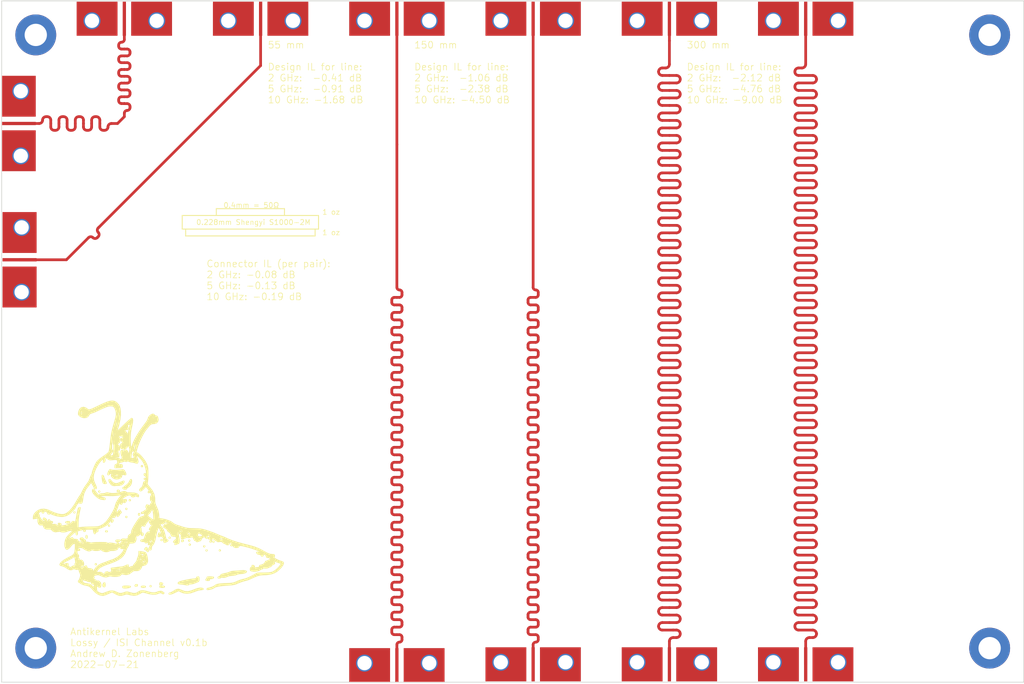
<source format=kicad_pcb>
(kicad_pcb (version 20211014) (generator pcbnew)
  (layers (0 "F.Cu" signal) (1 "In1.Cu" signal) (2 "In2.Cu" signal) (31 "B.Cu" signal) (34 "B.Paste" user) (35 "F.Paste" user) (36 "B.SilkS" user "B.Silkscreen") (37 "F.SilkS" user "F.Silkscreen") (38 "B.Mask" user) (39 "F.Mask" user) (44 "Edge.Cuts" user))
  (net 0 "")
  (net 1 "/CH1_P")
  (net 2 "/GND")
  (net 3 "/CH1_N")
  (net 4 "/CH2_P")
  (net 5 "/CH2_N")
  (net 6 "/CH3_P")
  (net 7 "/CH3_N")
  (footprint "azonenberg_pcb:CONN_SMA_EDGE_ROSENBERGER_32K243_40ML5" (layer "F.Cu") (at 50 48)
    (fp_text reference "J1" hide)
    (fp_text value "32K243-40ML5" hide)
  )
  (footprint "azonenberg_pcb:MECHANICAL_CLEARANCEHOLE_4_40" (layer "F.Cu") (at 55 35)
    (fp_text reference "MH3" hide)
    (fp_text value "MOUNT" hide)
  )
  (footprint "azonenberg_pcb:CONN_SMA_EDGE_ROSENBERGER_32K243_40ML5" (layer "F.Cu") (at 108 30.124999 -90)
    (fp_text reference "J3" hide)
    (fp_text value "32K243-40ML5" hide)
  )
  (footprint "azonenberg_pcb:CONN_SMA_EDGE_ROSENBERGER_32K243_40ML5" (layer "F.Cu") (at 128 30.124998 -90)
    (fp_text reference "J4" hide)
    (fp_text value "32K243-40ML5" hide)
  )
  (footprint "azonenberg_pcb:MECHANICAL_CLEARANCEHOLE_4_40" (layer "F.Cu") (at 195 35)
    (fp_text reference "MH2" hide)
    (fp_text value "MOUNT" hide)
  )
  (footprint "azonenberg_pcb:LONGTHING-300DPI" (layer "F.Cu") (at 75.196124 104.518882)
    (fp_text reference "G***" hide)
    (fp_text value "LOGO" hide)
  )
  (footprint "azonenberg_pcb:CONN_SMA_EDGE_ROSENBERGER_32K243_40ML5" (layer "F.Cu") (at 168 30.124998 -90)
    (fp_text reference "J6" hide)
    (fp_text value "32K243-40ML5" hide)
  )
  (footprint "azonenberg_pcb:CONN_SMA_EDGE_ROSENBERGER_32K243_40ML5" (layer "F.Cu") (at 88 30.124999 -90)
    (fp_text reference "J8" hide)
    (fp_text value "32K243-40ML5" hide)
  )
  (footprint "azonenberg_pcb:CONN_SMA_EDGE_ROSENBERGER_32K243_40ML5" (layer "F.Cu") (at 168 129.875001 90)
    (fp_text reference "J12" hide)
    (fp_text value "32K243-40ML5" hide)
  )
  (footprint "azonenberg_pcb:CONN_SMA_EDGE_ROSENBERGER_32K243_40ML5" (layer "F.Cu") (at 68 30.125 -90)
    (fp_text reference "J7" hide)
    (fp_text value "32K243-40ML5" hide)
  )
  (footprint "azonenberg_pcb:CONN_SMA_EDGE_ROSENBERGER_32K243_40ML5" (layer "F.Cu") (at 148 30.124999 -90)
    (fp_text reference "J5" hide)
    (fp_text value "32K243-40ML5" hide)
  )
  (footprint "azonenberg_pcb:MECHANICAL_CLEARANCEHOLE_4_40" (layer "F.Cu") (at 195 125)
    (fp_text reference "MH4" hide)
    (fp_text value "MOUNT" hide)
  )
  (footprint "azonenberg_pcb:CONN_SMA_EDGE_ROSENBERGER_32K243_40ML5" (layer "F.Cu") (at 128 129.875001 90)
    (fp_text reference "J10" hide)
    (fp_text value "32K243-40ML5" hide)
  )
  (footprint "azonenberg_pcb:CONN_SMA_EDGE_ROSENBERGER_32K243_40ML5" (layer "F.Cu") (at 108 130 90)
    (fp_text reference "J9" hide)
    (fp_text value "32K243-40ML5" hide)
  )
  (footprint "azonenberg_pcb:CONN_SMA_EDGE_ROSENBERGER_32K243_40ML5" (layer "F.Cu") (at 148 129.875001 90)
    (fp_text reference "J11" hide)
    (fp_text value "32K243-40ML5" hide)
  )
  (footprint "azonenberg_pcb:CONN_SMA_EDGE_ROSENBERGER_32K243_40ML5" (layer "F.Cu") (at 50.125 68)
    (fp_text reference "J2" hide)
    (fp_text value "32K243-40ML5" hide)
  )
  (footprint "azonenberg_pcb:MECHANICAL_CLEARANCEHOLE_4_40" (layer "F.Cu") (at 55 125)
    (fp_text reference "MH1" hide)
    (fp_text value "MOUNT" hide)
  )
  (gr_line (start 77 64.5) (end 96 64.5) (layer "F.SilkS") (width 0.15))
  (gr_line (start 76.5 61.5) (end 76.5 63.5) (layer "F.SilkS") (width 0.15))
  (gr_line (start 96 64.5) (end 96 63.5) (layer "F.SilkS") (width 0.15))
  (gr_line (start 91.5 60.5) (end 91.5 61.5) (layer "F.SilkS") (width 0.15))
  (gr_line (start 81.5 60.5) (end 91.5 60.5) (layer "F.SilkS") (width 0.15))
  (gr_line (start 77 63.5) (end 77 64.5) (layer "F.SilkS") (width 0.15))
  (gr_line (start 96.5 61.5) (end 96.5 63.5) (layer "F.SilkS") (width 0.15))
  (gr_line (start 76.5 63.5) (end 96.5 63.5) (layer "F.SilkS") (width 0.15))
  (gr_line (start 81.5 61.5) (end 81.5 60.5) (layer "F.SilkS") (width 0.15))
  (gr_line (start 76.5 61.5) (end 96.5 61.5) (layer "F.SilkS") (width 0.15))
  (gr_line (start 200 130) (end 50 130) (layer "Edge.Cuts") (width 0.1))
  (gr_line (start 50 30) (end 200 30) (layer "Edge.Cuts") (width 0.1))
  (gr_line (start 50 130) (end 50 30) (layer "Edge.Cuts") (width 0.1))
  (gr_line (start 200 30) (end 200 130) (layer "Edge.Cuts") (width 0.1))
  (gr_text "55 mm\n\nDesign IL for line:\n2 GHz:  -0.41 dB\n5 GHz:  -0.91 dB\n10 GHz: -1.68 dB" (at 89 40.5) (layer "F.SilkS") (effects (font (size 1 1) (thickness 0.1)) (justify left)))
  (gr_text "1 oz" (at 97 64) (layer "F.SilkS") (effects (font (size 0.75 0.75) (thickness 0.1)) (justify left)))
  (gr_text "150 mm\n\nDesign IL for line:\n2 GHz:  -1.06 dB\n5 GHz:  -2.38 dB\n10 GHz: -4.50 dB" (at 110.5 40.5) (layer "F.SilkS") (effects (font (size 1 1) (thickness 0.1)) (justify left)))
  (gr_text "Antikernel Labs\nLossy / ISI Channel v0.1b\nAndrew D. Zonenberg\n2022-07-21" (at 60 125) (layer "F.SilkS") (effects (font (size 1 1) (thickness 0.1)) (justify left)))
  (gr_text "0.4mm = 50Ω" (at 82.5 60) (layer "F.SilkS") (effects (font (size 0.75 0.75) (thickness 0.1)) (justify left)))
  (gr_text "1 oz" (at 97 61) (layer "F.SilkS") (effects (font (size 0.75 0.75) (thickness 0.1)) (justify left)))
  (gr_text "300 mm\n\nDesign IL for line:\n2 GHz:  -2.12 dB\n5 GHz:  -4.76 dB\n10 GHz: -9.00 dB" (at 150.5 40.5) (layer "F.SilkS") (effects (font (size 1 1) (thickness 0.1)) (justify left)))
  (gr_text "Connector IL (per pair):\n2 GHz: -0.08 dB\n5 GHz: -0.13 dB\n10 GHz: -0.19 dB" (at 80 71) (layer "F.SilkS") (effects (font (size 1 1) (thickness 0.1)) (justify left)))
  (gr_text "0.228mm Shengyi S1000-2M" (at 78.5 62.5) (layer "F.SilkS") (effects (font (size 0.75 0.75) (thickness 0.1)) (justify left)))
  (segment (start 60.8 48.5) (end 60.8 48) (width 0.4) (layer "F.Cu") (net 1))
  (segment (start 66.1 48) (end 67 48) (width 0.4) (layer "F.Cu") (net 1))
  (segment (start 68 41.075) (end 67.585332 41.075) (width 0.4) (layer "F.Cu") (net 1))
  (segment (start 61.3 47) (end 61.5 47) (width 0.4) (layer "F.Cu") (net 1))
  (segment (start 64.4 47.5) (end 64.4 48) (width 0.4) (layer "F.Cu") (net 1))
  (segment (start 67.170664 44.660332) (end 67.170664 44.489668) (width 0.4) (layer "F.Cu") (net 1))
  (segment (start 58.4 48) (end 58.4 47.5) (width 0.4) (layer "F.Cu") (net 1))
  (segment (start 68.414668 41.075) (end 68 41.075) (width 0.4) (layer "F.Cu") (net 1))
  (segment (start 68.414668 43.075) (end 68 43.075) (width 0.4) (layer "F.Cu") (net 1))
  (segment (start 67.585332 40.075) (end 68 40.075) (width 0.4) (layer "F.Cu") (net 1))
  (segment (start 63.7 47) (end 63.9 47) (width 0.4) (layer "F.Cu") (net 1))
  (segment (start 68 45.085332) (end 68 45.075) (width 0.4) (layer "F.Cu") (net 1))
  (segment (start 68 34.762994) (end 68 32.625) (width 0.4) (layer "F.Cu") (net 1))
  (segment (start 60.1 49) (end 60.3 49) (width 0.4) (layer "F.Cu") (net 1))
  (segment (start 67.170664 38.660332) (end 67.170664 38.489668) (width 0.4) (layer "F.Cu") (net 1))
  (segment (start 67.170664 40.660332) (end 67.170664 40.489668) (width 0.4) (layer "F.Cu") (net 1))
  (segment (start 63.2 48) (end 63.2 47.5) (width 0.4) (layer "F.Cu") (net 1))
  (segment (start 67.585332 38.075) (end 68 38.075) (width 0.4) (layer "F.Cu") (net 1))
  (segment (start 57.7 49) (end 57.9 49) (width 0.4) (layer "F.Cu") (net 1))
  (segment (start 68 44.075) (end 68.414668 44.075) (width 0.4) (layer "F.Cu") (net 1))
  (segment (start 59.6 48) (end 59.6 48.5) (width 0.4) (layer "F.Cu") (net 1))
  (segment (start 67.585332 44.075) (end 68 44.075) (width 0.4) (layer "F.Cu") (net 1))
  (segment (start 52.5 48) (end 55.5 48) (width 0.4) (layer "F.Cu") (net 1))
  (segment (start 68.829336 45.670664) (end 68.829336 45.5) (width 0.4) (layer "F.Cu") (net 1))
  (segment (start 63.2 48.5) (end 63.2 48) (width 0.4) (layer "F.Cu") (net 1))
  (segment (start 68 45.075) (end 67.585332 45.075) (width 0.4) (layer "F.Cu") (net 1))
  (segment (start 68.414668 39.075) (end 68 39.075) (width 0.4) (layer "F.Cu") (net 1))
  (segment (start 57.2 48) (end 57.2 48.5) (width 0.4) (layer "F.Cu") (net 1))
  (segment (start 68 40.075) (end 68.414668 40.075) (width 0.4) (layer "F.Cu") (net 1))
  (segment (start 68 35.660332) (end 68 34.762994) (width 0.4) (layer "F.Cu") (net 1))
  (segment (start 68.829336 43.660332) (end 68.829336 43.489668) (width 0.4) (layer "F.Cu") (net 1))
  (segment (start 67 48) (end 68 47) (width 0.4) (layer "F.Cu") (net 1))
  (segment (start 62.5 49) (end 62.7 49) (width 0.4) (layer "F.Cu") (net 1))
  (segment (start 68.829336 39.660332) (end 68.829336 39.489668) (width 0.4) (layer "F.Cu") (net 1))
  (segment (start 68.414668 45.085332) (end 68 45.085332) (width 0.4) (layer "F.Cu") (net 1))
  (segment (start 68 38.075) (end 68.414668 38.075) (width 0.4) (layer "F.Cu") (net 1))
  (segment (start 57.2 47.5) (end 57.2 48) (width 0.4) (layer "F.Cu") (net 1))
  (segment (start 68 39.075) (end 67.585332 39.075) (width 0.4) (layer "F.Cu") (net 1))
  (segment (start 59.6 47.5) (end 59.6 48) (width 0.4) (layer "F.Cu") (net 1))
  (segment (start 60.8 48) (end 60.8 47.5) (width 0.4) (layer "F.Cu") (net 1))
  (segment (start 68.414668 37.075) (end 68 37.075) (width 0.4) (layer "F.Cu") (net 1))
  (segment (start 62 48) (end 62 48.5) (width 0.4) (layer "F.Cu") (net 1))
  (segment (start 68.829336 41.660332) (end 68.829336 41.489668) (width 0.4) (layer "F.Cu") (net 1))
  (segment (start 64.4 48) (end 64.4 48.5) (width 0.4) (layer "F.Cu") (net 1))
  (segment (start 58.9 47) (end 59.1 47) (width 0.4) (layer "F.Cu") (net 1))
  (segment (start 68 37.075) (end 67.585332 37.075) (width 0.4) (layer "F.Cu") (net 1))
  (segment (start 68 43.075) (end 67.585332 43.075) (width 0.4) (layer "F.Cu") (net 1))
  (segment (start 58.4 48.5) (end 58.4 48) (width 0.4) (layer "F.Cu") (net 1))
  (segment (start 64.9 49) (end 65.1 49) (width 0.4) (layer "F.Cu") (net 1))
  (segment (start 68.829336 37.660332) (end 68.829336 37.489668) (width 0.4) (layer "F.Cu") (net 1))
  (segment (start 67.170664 36.660332) (end 67.170664 36.489668) (width 0.4) (layer "F.Cu") (net 1))
  (segment (start 68 47) (end 68 46.5) (width 0.4) (layer "F.Cu") (net 1))
  (segment (start 68 42.075) (end 68.414668 42.075) (width 0.4) (layer "F.Cu") (net 1))
  (segment (start 56.5 47) (end 56.7 47) (width 0.4) (layer "F.Cu") (net 1))
  (segment (start 67.585332 42.075) (end 68 42.075) (width 0.4) (layer "F.Cu") (net 1))
  (segment (start 62 47.5) (end 62 48) (width 0.4) (layer "F.Cu") (net 1))
  (segment (start 67.170664 42.660332) (end 67.170664 42.489668) (width 0.4) (layer "F.Cu") (net 1))
  (arc (start 67.170664 44.489668) (mid 67.292117 44.196453) (end 67.585332 44.075) (width 0.4) (layer "F.Cu") (net 1))
  (arc (start 67.585332 41.075) (mid 67.292117 40.953547) (end 67.170664 40.660332) (width 0.4) (layer "F.Cu") (net 1))
  (arc (start 65.6 48.5) (mid 65.746447 48.146447) (end 66.1 48) (width 0.4) (layer "F.Cu") (net 1))
  (arc (start 68.829336 41.489668) (mid 68.707883 41.196453) (end 68.414668 41.075) (width 0.4) (layer "F.Cu") (net 1))
  (arc (start 67.170664 36.489668) (mid 67.292117 36.196453) (end 67.585332 36.075) (width 0.4) (layer "F.Cu") (net 1))
  (arc (start 59.6 48.5) (mid 59.746447 48.853553) (end 60.1 49) (width 0.4) (layer "F.Cu") (net 1))
  (arc (start 59.1 47) (mid 59.453553 47.146447) (end 59.6 47.5) (width 0.4) (layer "F.Cu") (net 1))
  (arc (start 63.9 47) (mid 64.253553 47.146447) (end 64.4 47.5) (width 0.4) (layer "F.Cu") (net 1))
  (arc (start 67.170664 40.489668) (mid 67.292117 40.196453) (end 67.585332 40.075) (width 0.4) (layer "F.Cu") (net 1))
  (arc (start 60.8 47.5) (mid 60.946447 47.146447) (end 61.3 47) (width 0.4) (layer "F.Cu") (net 1))
  (arc (start 68.414668 42.075) (mid 68.707883 41.953547) (end 68.829336 41.660332) (width 0.4) (layer "F.Cu") (net 1))
  (arc (start 62 48.5) (mid 62.146447 48.853553) (end 62.5 49) (width 0.4) (layer "F.Cu") (net 1))
  (arc (start 58.4 47.5) (mid 58.546447 47.146447) (end 58.9 47) (width 0.4) (layer "F.Cu") (net 1))
  (arc (start 67.585332 39.075) (mid 67.292117 38.953547) (end 67.170664 38.660332) (width 0.4) (layer "F.Cu") (net 1))
  (arc (start 63.2 47.5) (mid 63.346447 47.146447) (end 63.7 47) (width 0.4) (layer "F.Cu") (net 1))
  (arc (start 68.414668 46.085332) (mid 68.707883 45.963879) (end 68.829336 45.670664) (width 0.4) (layer "F.Cu") (net 1))
  (arc (start 61.5 47) (mid 61.853553 47.146447) (end 62 47.5) (width 0.4) (layer "F.Cu") (net 1))
  (arc (start 67.170664 42.489668) (mid 67.292117 42.196453) (end 67.585332 42.075) (width 0.4) (layer "F.Cu") (net 1))
  (arc (start 68.829336 43.489668) (mid 68.707883 43.196453) (end 68.414668 43.075) (width 0.4) (layer "F.Cu") (net 1))
  (arc (start 65.1 49) (mid 65.453553 48.853553) (end 65.6 48.5) (width 0.4) (layer "F.Cu") (net 1))
  (arc (start 57.9 49) (mid 58.253553 48.853553) (end 58.4 48.5) (width 0.4) (layer "F.Cu") (net 1))
  (arc (start 67.585332 36.075) (mid 67.878547 35.953547) (end 68 35.660332) (width 0.4) (layer "F.Cu") (net 1))
  (arc (start 68.414668 44.075) (mid 68.707883 43.953547) (end 68.829336 43.660332) (width 0.4) (layer "F.Cu") (net 1))
  (arc (start 68.414668 38.075) (mid 68.707883 37.953547) (end 68.829336 37.660332) (width 0.4) (layer "F.Cu") (net 1))
  (arc (start 56 47.5) (mid 56.146447 47.146447) (end 56.5 47) (width 0.4) (layer "F.Cu") (net 1))
  (arc (start 60.3 49) (mid 60.653553 48.853553) (end 60.8 48.5) (width 0.4) (layer "F.Cu") (net 1))
  (arc (start 55.5 48) (mid 55.853553 47.853553) (end 56 47.5) (width 0.4) (layer "F.Cu") (net 1))
  (arc (start 68.829336 39.489668) (mid 68.707883 39.196453) (end 68.414668 39.075) (width 0.4) (layer "F.Cu") (net 1))
  (arc (start 67.585332 45.075) (mid 67.292117 44.953547) (end 67.170664 44.660332) (width 0.4) (layer "F.Cu") (net 1))
  (arc (start 64.4 48.5) (mid 64.546447 48.853553) (end 64.9 49) (width 0.4) (layer "F.Cu") (net 1))
  (arc (start 68.829336 45.5) (mid 68.707883 45.206785) (end 68.414668 45.085332) (width 0.4) (layer "F.Cu") (net 1))
  (arc (start 67.585332 37.075) (mid 67.292117 36.953547) (end 67.170664 36.660332) (width 0.4) (layer "F.Cu") (net 1))
  (arc (start 67.170664 38.489668) (mid 67.292117 38.196453) (end 67.585332 38.075) (width 0.4) (layer "F.Cu") (net 1))
  (arc (start 68 46.5) (mid 68.121453 46.206785) (end 68.414668 46.085332) (width 0.4) (layer "F.Cu") (net 1))
  (arc (start 67.585332 43.075) (mid 67.292117 42.953547) (end 67.170664 42.660332) (width 0.4) (layer "F.Cu") (net 1))
  (arc (start 56.7 47) (mid 57.053553 47.146447) (end 57.2 47.5) (width 0.4) (layer "F.Cu") (net 1))
  (arc (start 62.7 49) (mid 63.053553 48.853553) (end 63.2 48.5) (width 0.4) (layer "F.Cu") (net 1))
  (arc (start 57.2 48.5) (mid 57.346447 48.853553) (end 57.7 49) (width 0.4) (layer "F.Cu") (net 1))
  (arc (start 68.829336 37.489668) (mid 68.707883 37.196453) (end 68.414668 37.075) (width 0.4) (layer "F.Cu") (net 1))
  (arc (start 68.414668 40.075) (mid 68.707883 39.953547) (end 68.829336 39.660332) (width 0.4) (layer "F.Cu") (net 1))
  (segment (start 64.025145 64.749999) (end 64.025144 64.75) (width 0.4) (layer "F.Cu") (net 3))
  (segment (start 64.025144 64.75) (end 64.165388 64.609755) (width 0.4) (layer "F.Cu") (net 3))
  (segment (start 52.625 68) (end 59.5 68) (width 0.4) (layer "F.Cu") (net 3))
  (segment (start 64.165389 63.972182) (end 64.165388 63.972182) (width 0.4) (layer "F.Cu") (net 3))
  (segment (start 88 39.5) (end 88 32.624999) (width 0.4) (layer "F.Cu") (net 3))
  (segment (start 64.305634 63.194365) (end 88 39.5) (width 0.4) (layer "F.Cu") (net 3))
  (segment (start 59.5 68) (end 62.75 64.75) (width 0.4) (layer "F.Cu") (net 3))
  (segment (start 64.165387 63.334609) (end 64.165388 63.334609) (width 0.4) (layer "F.Cu") (net 3))
  (segment (start 64.165388 63.334609) (end 64.305634 63.194365) (width 0.4) (layer "F.Cu") (net 3))
  (arc (start 62.75 64.75) (mid 63.068786 64.617955) (end 63.387572 64.75) (width 0.4) (layer "F.Cu") (net 3))
  (arc (start 64.165388 64.609755) (mid 64.297434 64.290969) (end 64.165389 63.972182) (width 0.4) (layer "F.Cu") (net 3))
  (arc (start 64.165388 63.972182) (mid 64.033342 63.653396) (end 64.165387 63.334609) (width 0.4) (layer "F.Cu") (net 3))
  (arc (start 63.387572 64.75) (mid 63.706359 64.882045) (end 64.025145 64.749999) (width 0.4) (layer "F.Cu") (net 3))
  (segment (start 107.625 117.525) (end 108 117.525) (width 0.4) (layer "F.Cu") (net 4))
  (segment (start 107.25 116.05) (end 107.25 115.7) (width 0.4) (layer "F.Cu") (net 4))
  (segment (start 108 88.925) (end 108.375 88.925) (width 0.4) (layer "F.Cu") (net 4))
  (segment (start 108 103.225) (end 107.625 103.225) (width 0.4) (layer "F.Cu") (net 4))
  (segment (start 108 114.225) (end 107.625 114.225) (width 0.4) (layer "F.Cu") (net 4))
  (segment (start 108 98.825) (end 107.625 98.825) (width 0.4) (layer "F.Cu") (net 4))
  (segment (start 107.25 94.05) (end 107.25 93.7) (width 0.4) (layer "F.Cu") (net 4))
  (segment (start 108.75 77.55) (end 108.75 77.2) (width 0.4) (layer "F.Cu") (net 4))
  (segment (start 108.75 79.75) (end 108.75 79.4) (width 0.4) (layer "F.Cu") (net 4))
  (segment (start 107.625 77.925) (end 108 77.925) (width 0.4) (layer "F.Cu") (net 4))
  (segment (start 108.375 92.225) (end 108 92.225) (width 0.4) (layer "F.Cu") (net 4))
  (segment (start 107.625 84.525) (end 108 84.525) (width 0.4) (layer "F.Cu") (net 4))
  (segment (start 108.375 101.025) (end 108 101.025) (width 0.4) (layer "F.Cu") (net 4))
  (segment (start 108 120.825) (end 107.625 120.825) (width 0.4) (layer "F.Cu") (net 4))
  (segment (start 107.25 85.25) (end 107.25 84.9) (width 0.4) (layer "F.Cu") (net 4))
  (segment (start 108.75 97.35) (end 108.75 97) (width 0.4) (layer "F.Cu") (net 4))
  (segment (start 108 82.325) (end 108.375 82.325) (width 0.4) (layer "F.Cu") (net 4))
  (segment (start 108 84.525) (end 108.375 84.525) (width 0.4) (layer "F.Cu") (net 4))
  (segment (start 107.25 78.65) (end 107.25 78.3) (width 0.4) (layer "F.Cu") (net 4))
  (segment (start 107.25 122.65) (end 107.25 122.3) (width 0.4) (layer "F.Cu") (net 4))
  (segment (start 108 80.125) (end 108.375 80.125) (width 0.4) (layer "F.Cu") (net 4))
  (segment (start 108 73.525) (end 108.375 73.525) (width 0.4) (layer "F.Cu") (net 4))
  (segment (start 108.75 81.95) (end 108.75 81.6) (width 0.4) (layer "F.Cu") (net 4))
  (segment (start 108 110.925) (end 108.375 110.925) (width 0.4) (layer "F.Cu") (net 4))
  (segment (start 107.625 99.925) (end 108 99.925) (width 0.4) (layer "F.Cu") (net 4))
  (segment (start 108 123.025) (end 107.625 123.025) (width 0.4) (layer "F.Cu") (net 4))
  (segment (start 108 72.05) (end 108 51.082977) (width 0.4) (layer "F.Cu") (net 4))
  (segment (start 107.625 104.325) (end 108 104.325) (width 0.4) (layer "F.Cu") (net 4))
  (segment (start 108 95.525) (end 108.375 95.525) (width 0.4) (layer "F.Cu") (net 4))
  (segment (start 108 119.725) (end 108.375 119.725) (width 0.4) (layer "F.Cu") (net 4))
  (segment (start 108.75 90.75) (end 108.75 90.4) (width 0.4) (layer "F.Cu") (net 4))
  (segment (start 108 112.025) (end 107.625 112.025) (width 0.4) (layer "F.Cu") (net 4))
  (segment (start 107.25 111.65) (end 107.25 111.3) (width 0.4) (layer "F.Cu") (net 4))
  (segment (start 108.375 107.625) (end 108 107.625) (width 0.4) (layer "F.Cu") (net 4))
  (segment (start 108 115.325) (end 108.375 115.325) (width 0.4) (layer "F.Cu") (net 4))
  (segment (start 108 107.625) (end 107.625 107.625) (width 0.4) (layer "F.Cu") (net 4))
  (segment (start 107.25 120.45) (end 107.25 120.1) (width 0.4) (layer "F.Cu") (net 4))
  (segment (start 107.625 97.725) (end 108 97.725) (width 0.4) (layer "F.Cu") (net 4))
  (segment (start 108.375 87.825) (end 108 87.825) (width 0.4) (layer "F.Cu") (net 4))
  (segment (start 108 117.525) (end 108.375 117.525) (width 0.4) (layer "F.Cu") (net 4))
  (segment (start 107.625 73.525) (end 108 73.525) (width 0.4) (layer "F.Cu") (net 4))
  (segment (start 108 106.525) (end 108.375 106.525) (width 0.4) (layer "F.Cu") (net 4))
  (segment (start 107.625 115.325) (end 108 115.325) (width 0.4) (layer "F.Cu") (net 4))
  (segment (start 108 51.082977) (end 108 32.624999) (width 0.4) (layer "F.Cu") (net 4))
  (segment (start 108.75 88.55) (end 108.75 88.2) (width 0.4) (layer "F.Cu") (net 4))
  (segment (start 108 113.125) (end 108.375 113.125) (width 0.4) (layer "F.Cu") (net 4))
  (segment (start 107.25 105.05) (end 107.25 104.7) (width 0.4) (layer "F.Cu") (net 4))
  (segment (start 108.375 94.425) (end 108 94.425) (width 0.4) (layer "F.Cu") (net 4))
  (segment (start 108 127.5) (end 108 124.5) (width 0.4) (layer "F.Cu") (net 4))
  (segment (start 107.625 82.325) (end 108 82.325) (width 0.4) (layer "F.Cu") (net 4))
  (segment (start 107.25 87.45) (end 107.25 87.1) (width 0.4) (layer "F.Cu") (net 4))
  (segment (start 107.25 109.45) (end 107.25 109.1) (width 0.4) (layer "F.Cu") (net 4))
  (segment (start 107.625 88.925) (end 108 88.925) (width 0.4) (layer "F.Cu") (net 4))
  (segment (start 108 81.225) (end 107.625 81.225) (width 0.4) (layer "F.Cu") (net 4))
  (segment (start 108 109.825) (end 107.625 109.825) (width 0.4) (layer "F.Cu") (net 4))
  (segment (start 108.75 123.75) (end 108.75 123.4) (width 0.4) (layer "F.Cu") (net 4))
  (segment (start 107.625 113.125) (end 108 113.125) (width 0.4) (layer "F.Cu") (net 4))
  (segment (start 108.375 74.625) (end 108 74.625) (width 0.4) (layer "F.Cu") (net 4))
  (segment (start 107.625 80.125) (end 108 80.125) (width 0.4) (layer "F.Cu") (net 4))
  (segment (start 108.75 99.55) (end 108.75 99.2) (width 0.4) (layer "F.Cu") (net 4))
  (segment (start 108.375 76.825) (end 108 76.825) (width 0.4) (layer "F.Cu") (net 4))
  (segment (start 108.375 90.025) (end 108 90.025) (width 0.4) (layer "F.Cu") (net 4))
  (segment (start 107.625 108.725) (end 108 108.725) (width 0.4) (layer "F.Cu") (net 4))
  (segment (start 107.625 86.725) (end 108 86.725) (width 0.4) (layer "F.Cu") (net 4))
  (segment (start 108.75 101.75) (end 108.75 101.4) (width 0.4) (layer "F.Cu") (net 4))
  (segment (start 108 75.725) (end 108.375 75.725) (width 0.4) (layer "F.Cu") (net 4))
  (segment (start 108 94.425) (end 107.625 94.425) (width 0.4) (layer "F.Cu") (net 4))
  (segment (start 108.375 118.625) (end 108 118.625) (width 0.4) (layer "F.Cu") (net 4))
  (segment (start 108 85.625) (end 107.625 85.625) (width 0.4) (layer "F.Cu") (net 4))
  (segment (start 107.625 121.925) (end 108 121.925) (width 0.4) (layer "F.Cu") (net 4))
  (segment (start 108 76.825) (end 107.625 76.825) (width 0.4) (layer "F.Cu") (net 4))
  (segment (start 107.25 118.25) (end 107.25 117.9) (width 0.4) (layer "F.Cu") (net 4))
  (segment (start 108.375 83.425) (end 108 83.425) (width 0.4) (layer "F.Cu") (net 4))
  (segment (start 108 102.125) (end 108.375 102.125) (width 0.4) (layer "F.Cu") (net 4))
  (segment (start 108.75 119.35) (end 108.75 119) (width 0.4) (layer "F.Cu") (net 4))
  (segment (start 108.375 120.825) (end 108 120.825) (width 0.4) (layer "F.Cu") (net 4))
  (segment (start 108 91.125) (end 108.375 91.125) (width 0.4) (layer "F.Cu") (net 4))
  (segment (start 107.25 113.85) (end 107.25 113.5) (width 0.4) (layer "F.Cu") (net 4))
  (segment (start 108 90.025) (end 107.625 90.025) (width 0.4) (layer "F.Cu") (net 4))
  (segment (start 108.375 96.625) (end 108 96.625) (width 0.4) (layer "F.Cu") (net 4))
  (segment (start 108.75 92.95) (end 108.75 92.6) (width 0.4) (layer "F.Cu") (net 4))
  (segment (start 108.375 85.625) (end 108 85.625) (width 0.4) (layer "F.Cu") (net 4))
  (segment (start 108.375 105.425) (end 108 105.425) (width 0.4) (layer "F.Cu") (net 4))
  (segment (start 107.25 100.65) (end 107.25 100.3) (width 0.4) (layer "F.Cu") (net 4))
  (segment (start 107.625 102.125) (end 108 102.125) (width 0.4) (layer "F.Cu") (net 4))
  (segment (start 108.75 95.15) (end 108.75 94.8) (width 0.4) (layer "F.Cu") (net 4))
  (segment (start 107.25 98.45) (end 107.25 98.1) (width 0.4) (layer "F.Cu") (net 4))
  (segment (start 107.625 93.325) (end 108 93.325) (width 0.4) (layer "F.Cu") (net 4))
  (segment (start 108.375 79.025) (end 108 79.025) (width 0.4) (layer "F.Cu") (net 4))
  (segment (start 108.375 81.225) (end 108 81.225) (width 0.4) (layer "F.Cu") (net 4))
  (segment (start 107.625 110.925) (end 108 110.925) (width 0.4) (layer "F.Cu") (net 4))
  (segment (start 108 104.325) (end 108.375 104.325) (width 0.4) (layer "F.Cu") (net 4))
  (segment (start 108 121.925) (end 108.375 121.925) (width 0.4) (layer "F.Cu") (net 4))
  (segment (start 107.625 106.525) (end 108 106.525) (width 0.4) (layer "F.Cu") (net 4))
  (segment (start 108.375 98.825) (end 108 98.825) (width 0.4) (layer "F.Cu") (net 4))
  (segment (start 108 77.925) (end 108.375 77.925) (width 0.4) (layer "F.Cu") (net 4))
  (segment (start 108 79.025) (end 107.625 79.025) (width 0.4) (layer "F.Cu") (net 4))
  (segment (start 108 118.625) (end 107.625 118.625) (width 0.4) (layer "F.Cu") (net 4))
  (segment (start 108.375 112.025) (end 108 112.025) (width 0.4) (layer "F.Cu") (net 4))
  (segment (start 108.75 108.35) (end 108.75 108) (width 0.4) (layer "F.Cu") (net 4))
  (segment (start 107.25 91.85) (end 107.25 91.5) (width 0.4) (layer "F.Cu") (net 4))
  (segment (start 108 92.225) (end 107.625 92.225) (width 0.4) (layer "F.Cu") (net 4))
  (segment (start 107.625 119.725) (end 108 119.725) (width 0.4) (layer "F.Cu") (net 4))
  (segment (start 107.25 74.25) (end 107.25 73.9) (width 0.4) (layer "F.Cu") (net 4))
  (segment (start 107.25 96.25) (end 107.25 95.9) (width 0.4) (layer "F.Cu") (net 4))
  (segment (start 108 116.425) (end 107.625 116.425) (width 0.4) (layer "F.Cu") (net 4))
  (segment (start 108 93.325) (end 108.375 93.325) (width 0.4) (layer "F.Cu") (net 4))
  (segment (start 108 74.625) (end 107.625 74.625) (width 0.4) (layer "F.Cu") (net 4))
  (segment (start 107.25 102.85) (end 107.25 102.5) (width 0.4) (layer "F.Cu") (net 4))
  (segment (start 108.75 75.35) (end 108.75 75) (width 0.4) (layer "F.Cu") (net 4))
  (segment (start 108 96.625) (end 107.625 96.625) (width 0.4) (layer "F.Cu") (net 4))
  (segment (start 108.375 123.025) (end 108 123.025) (width 0.4) (layer "F.Cu") (net 4))
  (segment (start 108.375 103.225) (end 108 103.225) (width 0.4) (layer "F.Cu") (net 4))
  (segment (start 108.75 117.15) (end 108.75 116.8) (width 0.4) (layer "F.Cu") (net 4))
  (segment (start 108.75 86.35) (end 108.75 86) (width 0.4) (layer "F.Cu") (net 4))
  (segment (start 108 99.925) (end 108.375 99.925) (width 0.4) (layer "F.Cu") (net 4))
  (segment (start 108 83.425) (end 107.625 83.425) (width 0.4) (layer "F.Cu") (net 4))
  (segment (start 108.75 112.75) (end 108.75 112.4) (width 0.4) (layer "F.Cu") (net 4))
  (segment (start 108 105.425) (end 107.625 105.425) (width 0.4) (layer "F.Cu") (net 4))
  (segment (start 108.75 121.55) (end 108.75 121.2) (width 0.4) (layer "F.Cu") (net 4))
  (segment (start 107.25 80.85) (end 107.25 80.5) (width 0.4) (layer "F.Cu") (net 4))
  (segment (start 108.75 110.55) (end 108.75 110.2) (width 0.4) (layer "F.Cu") (net 4))
  (segment (start 108 87.825) (end 107.625 87.825) (width 0.4) (layer "F.Cu") (net 4))
  (segment (start 107.25 76.45) (end 107.25 76.1) (width 0.4) (layer "F.Cu") (net 4))
  (segment (start 108 86.725) (end 108.375 86.725) (width 0.4) (layer "F.Cu") (net 4))
  (segment (start 108.375 109.825) (end 108 109.825) (width 0.4) (layer "F.Cu") (net 4))
  (segment (start 107.25 83.05) (end 107.25 82.7) (width 0.4) (layer "F.Cu") (net 4))
  (segment (start 107.625 75.725) (end 108 75.725) (width 0.4) (layer "F.Cu") (net 4))
  (segment (start 108 101.025) (end 107.625 101.025) (width 0.4) (layer "F.Cu") (net 4))
  (segment (start 108.75 84.15) (end 108.75 83.8) (width 0.4) (layer "F.Cu") (net 4))
  (segment (start 108.75 106.15) (end 108.75 105.8) (width 0.4) (layer "F.Cu") (net 4))
  (segment (start 107.25 89.65) (end 107.25 89.3) (width 0.4) (layer "F.Cu") (net 4))
  (segment (start 108.375 116.425) (end 108 116.425) (width 0.4) (layer "F.Cu") (net 4))
  (segment (start 108.375 114.225) (end 108 114.225) (width 0.4) (layer "F.Cu") (net 4))
  (segment (start 107.25 107.25) (end 107.25 106.9) (width 0.4) (layer "F.Cu") (net 4))
  (segment (start 108.75 73.15) (end 108.75 72.8) (width 0.4) (layer "F.Cu") (net 4))
  (segment (start 108 97.725) (end 108.375 97.725) (width 0.4) (layer "F.Cu") (net 4))
  (segment (start 107.625 95.525) (end 108 95.525) (width 0.4) (layer "F.Cu") (net 4))
  (segment (start 108.75 103.95) (end 108.75 103.6) (width 0.4) (layer "F.Cu") (net 4))
  (segment (start 108.75 114.95) (end 108.75 114.6) (width 0.4) (layer "F.Cu") (net 4))
  (segment (start 107.625 91.125) (end 108 91.125) (width 0.4) (layer "F.Cu") (net 4))
  (segment (start 108 108.725) (end 108.375 108.725) (width 0.4) (layer "F.Cu") (net 4))
  (arc (start 107.25 93.7) (mid 107.359835 93.434835) (end 107.625 93.325) (width 0.4) (layer "F.Cu") (net 4))
  (arc (start 107.25 80.5) (mid 107.359835 80.234835) (end 107.625 80.125) (width 0.4) (layer "F.Cu") (net 4))
  (arc (start 108.75 121.2) (mid 108.640165 120.934835) (end 108.375 120.825) (width 0.4) (layer "F.Cu") (net 4))
  (arc (start 107.625 83.425) (mid 107.359835 83.315165) (end 107.25 83.05) (width 0.4) (layer "F.Cu") (net 4))
  (arc (start 108.375 102.125) (mid 108.640165 102.015165) (end 108.75 101.75) (width 0.4) (layer "F.Cu") (net 4))
  (arc (start 108.75 79.4) (mid 108.640165 79.134835) (end 108.375 79.025) (width 0.4) (layer "F.Cu") (net 4))
  (arc (start 108.375 99.925) (mid 108.640165 99.815165) (end 108.75 99.55) (width 0.4) (layer "F.Cu") (net 4))
  (arc (start 108.375 121.925) (mid 108.640165 121.815165) (end 108.75 121.55) (width 0.4) (layer "F.Cu") (net 4))
  (arc (start 108.75 83.8) (mid 108.640165 83.534835) (end 108.375 83.425) (width 0.4) (layer "F.Cu") (net 4))
  (arc (start 108.375 93.325) (mid 108.640165 93.215165) (end 108.75 92.95) (width 0.4) (layer "F.Cu") (net 4))
  (arc (start 108.75 112.4) (mid 108.640165 112.134835) (end 108.375 112.025) (width 0.4) (layer "F.Cu") (net 4))
  (arc (start 107.25 82.7) (mid 107.359835 82.434835) (end 107.625 82.325) (width 0.4) (layer "F.Cu") (net 4))
  (arc (start 107.25 102.5) (mid 107.359835 102.234835) (end 107.625 102.125) (width 0.4) (layer "F.Cu") (net 4))
  (arc (start 108.75 99.2) (mid 108.640165 98.934835) (end 108.375 98.825) (width 0.4) (layer "F.Cu") (net 4))
  (arc (start 108.75 108) (mid 108.640165 107.734835) (end 108.375 107.625) (width 0.4) (layer "F.Cu") (net 4))
  (arc (start 108 124.5) (mid 108.109835 124.234835) (end 108.375 124.125) (width 0.4) (layer "F.Cu") (net 4))
  (arc (start 107.25 104.7) (mid 107.359835 104.434835) (end 107.625 104.325) (width 0.4) (layer "F.Cu") (net 4))
  (arc (start 107.25 115.7) (mid 107.359835 115.434835) (end 107.625 115.325) (width 0.4) (layer "F.Cu") (net 4))
  (arc (start 108.375 124.125) (mid 108.640165 124.015165) (end 108.75 123.75) (width 0.4) (layer "F.Cu") (net 4))
  (arc (start 108.75 116.8) (mid 108.640165 116.534835) (end 108.375 116.425) (width 0.4) (layer "F.Cu") (net 4))
  (arc (start 107.25 98.1) (mid 107.359835 97.834835) (end 107.625 97.725) (width 0.4) (layer "F.Cu") (net 4))
  (arc (start 108.375 80.125) (mid 108.640165 80.015165) (end 108.75 79.75) (width 0.4) (layer "F.Cu") (net 4))
  (arc (start 108.75 114.6) (mid 108.640165 114.334835) (end 108.375 114.225) (width 0.4) (layer "F.Cu") (net 4))
  (arc (start 107.25 109.1) (mid 107.359835 108.834835) (end 107.625 108.725) (width 0.4) (layer "F.Cu") (net 4))
  (arc (start 107.625 74.625) (mid 107.359835 74.515165) (end 107.25 74.25) (width 0.4) (layer "F.Cu") (net 4))
  (arc (start 108.75 123.4) (mid 108.640165 123.134835) (end 108.375 123.025) (width 0.4) (layer "F.Cu") (net 4))
  (arc (start 108.375 75.725) (mid 108.640165 75.615165) (end 108.75 75.35) (width 0.4) (layer "F.Cu") (net 4))
  (arc (start 107.625 103.225) (mid 107.359835 103.115165) (end 107.25 102.85) (width 0.4) (layer "F.Cu") (net 4))
  (arc (start 108.375 77.925) (mid 108.640165 77.815165) (end 108.75 77.55) (width 0.4) (layer "F.Cu") (net 4))
  (arc (start 108.75 75) (mid 108.640165 74.734835) (end 108.375 74.625) (width 0.4) (layer "F.Cu") (net 4))
  (arc (start 107.25 78.3) (mid 107.359835 78.034835) (end 107.625 77.925) (width 0.4) (layer "F.Cu") (net 4))
  (arc (start 107.25 120.1) (mid 107.359835 119.834835) (end 107.625 119.725) (width 0.4) (layer "F.Cu") (net 4))
  (arc (start 108.375 113.125) (mid 108.640165 113.015165) (end 108.75 112.75) (width 0.4) (layer "F.Cu") (net 4))
  (arc (start 107.25 111.3) (mid 107.359835 111.034835) (end 107.625 110.925) (width 0.4) (layer "F.Cu") (net 4))
  (arc (start 108.375 73.525) (mid 108.640165 73.415165) (end 108.75 73.15) (width 0.4) (layer "F.Cu") (net 4))
  (arc (start 107.25 91.5) (mid 107.359835 91.234835) (end 107.625 91.125) (width 0.4) (layer "F.Cu") (net 4))
  (arc (start 108.75 77.2) (mid 108.640165 76.934835) (end 108.375 76.825) (width 0.4) (layer "F.Cu") (net 4))
  (arc (start 108.375 108.725) (mid 108.640165 108.615165) (end 108.75 108.35) (width 0.4) (layer "F.Cu") (net 4))
  (arc (start 107.25 89.3) (mid 107.359835 89.034835) (end 107.625 88.925) (width 0.4) (layer "F.Cu") (net 4))
  (arc (start 108.75 72.8) (mid 108.640165 72.534835) (end 108.375 72.425) (width 0.4) (layer "F.Cu") (net 4))
  (arc (start 107.625 123.025) (mid 107.359835 122.915165) (end 107.25 122.65) (width 0.4) (layer "F.Cu") (net 4))
  (arc (start 107.625 96.625) (mid 107.359835 96.515165) (end 107.25 96.25) (width 0.4) (layer "F.Cu") (net 4))
  (arc (start 107.625 81.225) (mid 107.359835 81.115165) (end 107.25 80.85) (width 0.4) (layer "F.Cu") (net 4))
  (arc (start 107.25 95.9) (mid 107.359835 95.634835) (end 107.625 95.525) (width 0.4) (layer "F.Cu") (net 4))
  (arc (start 107.625 101.025) (mid 107.359835 100.915165) (end 107.25 100.65) (width 0.4) (layer "F.Cu") (net 4))
  (arc (start 107.25 106.9) (mid 107.359835 106.634835) (end 107.625 106.525) (width 0.4) (layer "F.Cu") (net 4))
  (arc (start 107.25 122.3) (mid 107.359835 122.034835) (end 107.625 121.925) (width 0.4) (layer "F.Cu") (net 4))
  (arc (start 107.25 87.1) (mid 107.359835 86.834835) (end 107.625 86.725) (width 0.4) (layer "F.Cu") (net 4))
  (arc (start 108.375 117.525) (mid 108.640165 117.415165) (end 108.75 117.15) (width 0.4) (layer "F.Cu") (net 4))
  (arc (start 108.375 110.925) (mid 108.640165 110.815165) (end 108.75 110.55) (width 0.4) (layer "F.Cu") (net 4))
  (arc (start 108.75 81.6) (mid 108.640165 81.334835) (end 108.375 81.225) (width 0.4) (layer "F.Cu") (net 4))
  (arc (start 107.25 113.5) (mid 107.359835 113.234835) (end 107.625 113.125) (width 0.4) (layer "F.Cu") (net 4))
  (arc (start 108.75 97) (mid 108.640165 96.734835) (end 108.375 96.625) (width 0.4) (layer "F.Cu") (net 4))
  (arc (start 107.625 87.825) (mid 107.359835 87.715165) (end 107.25 87.45) (width 0.4) (layer "F.Cu") (net 4))
  (arc (start 107.625 107.625) (mid 107.359835 107.515165) (end 107.25 107.25) (width 0.4) (layer "F.Cu") (net 4))
  (arc (start 107.625 116.425) (mid 107.359835 116.315165) (end 107.25 116.05) (width 0.4) (layer "F.Cu") (net 4))
  (arc (start 108.375 106.525) (mid 108.640165 106.415165) (end 108.75 106.15) (width 0.4) (layer "F.Cu") (net 4))
  (arc (start 108.375 115.325) (mid 108.640165 115.215165) (end 108.75 114.95) (width 0.4) (layer "F.Cu") (net 4))
  (arc (start 107.625 105.425) (mid 107.359835 105.315165) (end 107.25 105.05) (width 0.4) (layer "F.Cu") (net 4))
  (arc (start 108.75 92.6) (mid 108.640165 92.334835) (end 108.375 92.225) (width 0.4) (layer "F.Cu") (net 4))
  (arc (start 108.375 82.325) (mid 108.640165 82.215165) (end 108.75 81.95) (width 0.4) (layer "F.Cu") (net 4))
  (arc (start 107.625 92.225) (mid 107.359835 92.115165) (end 107.25 91.85) (width 0.4) (layer "F.Cu") (net 4))
  (arc (start 108.375 72.425) (mid 108.109835 72.315165) (end 108 72.05) (width 0.4) (layer "F.Cu") (net 4))
  (arc (start 107.625 85.625) (mid 107.359835 85.515165) (end 107.25 85.25) (width 0.4) (layer "F.Cu") (net 4))
  (arc (start 108.75 110.2) (mid 108.640165 109.934835) (end 108.375 109.825) (width 0.4) (layer "F.Cu") (net 4))
  (arc (start 108.75 119) (mid 108.640165 118.734835) (end 108.375 118.625) (width 0.4) (layer "F.Cu") (net 4))
  (arc (start 108.75 86) (mid 108.640165 85.734835) (end 108.375 85.625) (width 0.4) (layer "F.Cu") (net 4))
  (arc (start 108.75 94.8) (mid 108.640165 94.534835) (end 108.375 94.425) (width 0.4) (layer "F.Cu") (net 4))
  (arc (start 107.625 114.225) (mid 107.359835 114.115165) (end 107.25 113.85) (width 0.4) (layer "F.Cu") (net 4))
  (arc (start 107.25 100.3) (mid 107.359835 100.034835) (end 107.625 99.925) (width 0.4) (layer "F.Cu") (net 4))
  (arc (start 108.75 105.8) (mid 108.640165 105.534835) (end 108.375 105.425) (width 0.4) (layer "F.Cu") (net 4))
  (arc (start 108.75 90.4) (mid 108.640165 90.134835) (end 108.375 90.025) (width 0.4) (layer "F.Cu") (net 4))
  (arc (start 108.375 119.725) (mid 108.640165 119.615165) (end 108.75 119.35) (width 0.4) (layer "F.Cu") (net 4))
  (arc (start 108.375 91.125) (mid 108.640165 91.015165) (end 108.75 90.75) (width 0.4) (layer "F.Cu") (net 4))
  (arc (start 107.625 120.825) (mid 107.359835 120.715165) (end 107.25 120.45) (width 0.4) (layer "F.Cu") (net 4))
  (arc (start 108.375 88.925) (mid 108.640165 88.815165) (end 108.75 88.55) (width 0.4) (layer "F.Cu") (net 4))
  (arc (start 108.375 97.725) (mid 108.640165 97.615165) (end 108.75 97.35) (width 0.4) (layer "F.Cu") (net 4))
  (arc (start 108.375 84.525) (mid 108.640165 84.415165) (end 108.75 84.15) (width 0.4) (layer "F.Cu") (net 4))
  (arc (start 107.625 118.625) (mid 107.359835 118.515165) (end 107.25 118.25) (width 0.4) (layer "F.Cu") (net 4))
  (arc (start 108.75 88.2) (mid 108.640165 87.934835) (end 108.375 87.825) (width 0.4) (layer "F.Cu") (net 4))
  (arc (start 107.625 109.825) (mid 107.359835 109.715165) (end 107.25 109.45) (width 0.4) (layer "F.Cu") (net 4))
  (arc (start 107.625 76.825) (mid 107.359835 76.715165) (end 107.25 76.45) (width 0.4) (layer "F.Cu") (net 4))
  (arc (start 108.75 103.6) (mid 108.640165 103.334835) (end 108.375 103.225) (width 0.4) (layer "F.Cu") (net 4))
  (arc (start 107.625 90.025) (mid 107.359835 89.915165) (end 107.25 89.65) (width 0.4) (layer "F.Cu") (net 4))
  (arc (start 107.25 73.9) (mid 107.359835 73.634835) (end 107.625 73.525) (width 0.4) (layer "F.Cu") (net 4))
  (arc (start 107.625 112.025) (mid 107.359835 111.915165) (end 107.25 111.65) (width 0.4) (layer "F.Cu") (net 4))
  (arc (start 108.375 86.725) (mid 108.640165 86.615165) (end 108.75 86.35) (width 0.4) (layer "F.Cu") (net 4))
  (arc (start 107.25 84.9) (mid 107.359835 84.634835) (end 107.625 84.525) (width 0.4) (layer "F.Cu") (net 4))
  (arc (start 108.375 95.525) (mid 108.640165 95.415165) (end 108.75 95.15) (width 0.4) (layer "F.Cu") (net 4))
  (arc (start 107.25 117.9) (mid 107.359835 117.634835) (end 107.625 117.525) (width 0.4) (layer "F.Cu") (net 4))
  (arc (start 107.625 98.825) (mid 107.359835 98.715165) (end 107.25 98.45) (width 0.4) (layer "F.Cu") (net 4))
  (arc (start 107.625 79.025) (mid 107.359835 78.915165) (end 107.25 78.65) (width 0.4) (layer "F.Cu") (net 4))
  (arc (start 107.625 94.425) (mid 107.359835 94.315165) (end 107.25 94.05) (width 0.4) (layer "F.Cu") (net 4))
  (arc (start 108.75 101.4) (mid 108.640165 101.134835) (end 108.375 101.025) (width 0.4) (layer "F.Cu") (net 4))
  (arc (start 107.25 76.1) (mid 107.359835 75.834835) (end 107.625 75.725) (width 0.4) (layer "F.Cu") (net 4))
  (arc (start 108.375 104.325) (mid 108.640165 104.215165) (end 108.75 103.95) (width 0.4) (layer "F.Cu") (net 4))
  (segment (start 127.25 102.85) (end 127.25 102.5) (width 0.4) (layer "F.Cu") (net 5))
  (segment (start 127.625 117.525) (end 128.375 117.525) (width 0.4) (layer "F.Cu") (net 5))
  (segment (start 128.75 92.95) (end 128.75 92.6) (width 0.4) (layer "F.Cu") (net 5))
  (segment (start 127.25 122.65) (end 127.25 122.3) (width 0.4) (layer "F.Cu") (net 5))
  (segment (start 127.625 110.925) (end 128.375 110.925) (width 0.4) (layer "F.Cu") (net 5))
  (segment (start 127.25 107.25) (end 127.25 106.9) (width 0.4) (layer "F.Cu") (net 5))
  (segment (start 128 127.375001) (end 128 124.5) (width 0.4) (layer "F.Cu") (net 5))
  (segment (start 127.25 94.05) (end 127.25 93.7) (width 0.4) (layer "F.Cu") (net 5))
  (segment (start 127.25 105.05) (end 127.25 104.7) (width 0.4) (layer "F.Cu") (net 5))
  (segment (start 128.375 112.025) (end 127.625 112.025) (width 0.4) (layer "F.Cu") (net 5))
  (segment (start 128.75 103.95) (end 128.75 103.6) (width 0.4) (layer "F.Cu") (net 5))
  (segment (start 128.75 112.75) (end 128.75 112.4) (width 0.4) (layer "F.Cu") (net 5))
  (segment (start 127.25 116.05) (end 127.25 115.7) (width 0.4) (layer "F.Cu") (net 5))
  (segment (start 127.25 85.25) (end 127.25 84.9) (width 0.4) (layer "F.Cu") (net 5))
  (segment (start 127.625 119.725) (end 128.375 119.725) (width 0.4) (layer "F.Cu") (net 5))
  (segment (start 127.625 95.525) (end 128.375 95.525) (width 0.4) (layer "F.Cu") (net 5))
  (segment (start 128.375 92.225) (end 127.625 92.225) (width 0.4) (layer "F.Cu") (net 5))
  (segment (start 128.375 118.625) (end 127.625 118.625) (width 0.4) (layer "F.Cu") (net 5))
  (segment (start 128.75 79.75) (end 128.75 79.4) (width 0.4) (layer "F.Cu") (net 5))
  (segment (start 128.75 90.75) (end 128.75 90.4) (width 0.4) (layer "F.Cu") (net 5))
  (segment (start 127.25 118.25) (end 127.25 117.9) (width 0.4) (layer "F.Cu") (net 5))
  (segment (start 128.375 83.425) (end 127.625 83.425) (width 0.4) (layer "F.Cu") (net 5))
  (segment (start 128.75 88.55) (end 128.75 88.2) (width 0.4) (layer "F.Cu") (net 5))
  (segment (start 127.625 104.325) (end 128.375 104.325) (width 0.4) (layer "F.Cu") (net 5))
  (segment (start 128.375 96.625) (end 127.625 96.625) (width 0.4) (layer "F.Cu") (net 5))
  (segment (start 128.75 110.55) (end 128.75 110.2) (width 0.4) (layer "F.Cu") (net 5))
  (segment (start 128.375 107.625) (end 127.625 107.625) (width 0.4) (layer "F.Cu") (net 5))
  (segment (start 127.25 100.65) (end 127.25 100.3) (width 0.4) (layer "F.Cu") (net 5))
  (segment (start 128.75 77.55) (end 128.75 77.2) (width 0.4) (layer "F.Cu") (net 5))
  (segment (start 128.375 109.825) (end 127.625 109.825) (width 0.4) (layer "F.Cu") (net 5))
  (segment (start 127.625 113.125) (end 128.375 113.125) (width 0.4) (layer "F.Cu") (net 5))
  (segment (start 128.75 108.35) (end 128.75 108) (width 0.4) (layer "F.Cu") (net 5))
  (segment (start 127.625 99.925) (end 128.375 99.925) (width 0.4) (layer "F.Cu") (net 5))
  (segment (start 128.375 90.025) (end 127.625 90.025) (width 0.4) (layer "F.Cu") (net 5))
  (segment (start 128.75 97.35) (end 128.75 97) (width 0.4) (layer "F.Cu") (net 5))
  (segment (start 128.375 79.025) (end 127.625 79.025) (width 0.4) (layer "F.Cu") (net 5))
  (segment (start 127.625 115.325) (end 128.375 115.325) (width 0.4) (layer "F.Cu") (net 5))
  (segment (start 127.625 97.725) (end 128.375 97.725) (width 0.4) (layer "F.Cu") (net 5))
  (segment (start 128.375 98.825) (end 127.625 98.825) (width 0.4) (layer "F.Cu") (net 5))
  (segment (start 127.25 78.65) (end 127.25 78.3) (width 0.4) (layer "F.Cu") (net 5))
  (segment (start 128.75 95.15) (end 128.75 94.8) (width 0.4) (layer "F.Cu") (net 5))
  (segment (start 128.375 76.825) (end 127.625 76.825) (width 0.4) (layer "F.Cu") (net 5))
  (segment (start 127.625 77.925) (end 128.375 77.925) (width 0.4) (layer "F.Cu") (net 5))
  (segment (start 128.375 87.825) (end 127.625 87.825) (width 0.4) (layer "F.Cu") (net 5))
  (segment (start 128.375 101.025) (end 127.625 101.025) (width 0.4) (layer "F.Cu") (net 5))
  (segment (start 128.375 123.025) (end 127.625 123.025) (width 0.4) (layer "F.Cu") (net 5))
  (segment (start 128.375 114.225) (end 127.625 114.225) (width 0.4) (layer "F.Cu") (net 5))
  (segment (start 127.25 80.85) (end 127.25 80.5) (width 0.4) (layer "F.Cu") (net 5))
  (segment (start 128.375 94.425) (end 127.625 94.425) (width 0.4) (layer "F.Cu") (net 5))
  (segment (start 127.625 84.525) (end 128.375 84.525) (width 0.4) (layer "F.Cu") (net 5))
  (segment (start 128.75 84.15) (end 128.75 83.8) (width 0.4) (layer "F.Cu") (net 5))
  (segment (start 128.75 106.15) (end 128.75 105.8) (width 0.4) (layer "F.Cu") (net 5))
  (segment (start 128.75 117.15) (end 128.75 116.8) (width 0.4) (layer "F.Cu") (net 5))
  (segment (start 128.75 119.35) (end 128.75 119) (width 0.4) (layer "F.Cu") (net 5))
  (segment (start 128.75 86.35) (end 128.75 86) (width 0.4) (layer "F.Cu") (net 5))
  (segment (start 128.375 116.425) (end 127.625 116.425) (width 0.4) (layer "F.Cu") (net 5))
  (segment (start 127.25 111.65) (end 127.25 111.3) (width 0.4) (layer "F.Cu") (net 5))
  (segment (start 128.375 81.225) (end 127.625 81.225) (width 0.4) (layer "F.Cu") (net 5))
  (segment (start 127.625 88.925) (end 128.375 88.925) (width 0.4) (layer "F.Cu") (net 5))
  (segment (start 128.75 101.75) (end 128.75 101.4) (width 0.4) (layer "F.Cu") (net 5))
  (segment (start 128.75 114.95) (end 128.75 114.6) (width 0.4) (layer "F.Cu") (net 5))
  (segment (start 127.25 109.45) (end 127.25 109.1) (width 0.4) (layer "F.Cu") (net 5))
  (segment (start 127.25 98.45) (end 127.25 98.1) (width 0.4) (layer "F.Cu") (net 5))
  (segment (start 127.25 91.85) (end 127.25 91.5) (width 0.4) (layer "F.Cu") (net 5))
  (segment (start 127.625 91.125) (end 128.375 91.125) (width 0.4) (layer "F.Cu") (net 5))
  (segment (start 128.75 75.35) (end 128.75 75) (width 0.4) (layer "F.Cu") (net 5))
  (segment (start 127.625 102.125) (end 128.375 102.125) (width 0.4) (layer "F.Cu") (net 5))
  (segment (start 128.75 121.55) (end 128.75 121.2) (width 0.4) (layer "F.Cu") (net 5))
  (segment (start 127.25 120.45) (end 127.25 120.1) (width 0.4) (layer "F.Cu") (net 5))
  (segment (start 128.75 99.55) (end 128.75 99.2) (width 0.4) (layer "F.Cu") (net 5))
  (segment (start 127.625 108.725) (end 128.375 108.725) (width 0.4) (layer "F.Cu") (net 5))
  (segment (start 128.75 73.15) (end 128.75 72.8) (width 0.4) (layer "F.Cu") (net 5))
  (segment (start 127.625 80.125) (end 128.375 80.125) (width 0.4) (layer "F.Cu") (net 5))
  (segment (start 128.375 120.825) (end 127.625 120.825) (width 0.4) (layer "F.Cu") (net 5))
  (segment (start 127.25 96.25) (end 127.25 95.9) (width 0.4) (layer "F.Cu") (net 5))
  (segment (start 127.625 73.525) (end 128.375 73.525) (width 0.4) (layer "F.Cu") (net 5))
  (segment (start 128.375 105.425) (end 127.625 105.425) (width 0.4) (layer "F.Cu") (net 5))
  (segment (start 127.625 82.325) (end 128.375 82.325) (width 0.4) (layer "F.Cu") (net 5))
  (segment (start 127.25 76.45) (end 127.25 76.1) (width 0.4) (layer "F.Cu") (net 5))
  (segment (start 127.625 106.525) (end 128.375 106.525) (width 0.4) (layer "F.Cu") (net 5))
  (segment (start 128.375 103.225) (end 127.625 103.225) (width 0.4) (layer "F.Cu") (net 5))
  (segment (start 127.625 93.325) (end 128.375 93.325) (width 0.4) (layer "F.Cu") (net 5))
  (segment (start 127.25 89.65) (end 127.25 89.3) (width 0.4) (layer "F.Cu") (net 5))
  (segment (start 128.75 81.95) (end 128.75 81.6) (width 0.4) (layer "F.Cu") (net 5))
  (segment (start 127.625 86.725) (end 128.375 86.725) (width 0.4) (layer "F.Cu") (net 5))
  (segment (start 127.25 83.05) (end 127.25 82.7) (width 0.4) (layer "F.Cu") (net 5))
  (segment (start 127.625 121.925) (end 128.375 121.925) (width 0.4) (layer "F.Cu") (net 5))
  (segment (start 128.375 85.625) (end 127.625 85.625) (width 0.4) (layer "F.Cu") (net 5))
  (segment (start 127.25 113.85) (end 127.25 113.5) (width 0.4) (layer "F.Cu") (net 5))
  (segment (start 127.25 87.45) (end 127.25 87.1) (width 0.4) (layer "F.Cu") (net 5))
  (segment (start 127.25 74.25) (end 127.25 73.9) (width 0.4) (layer "F.Cu") (net 5))
  (segment (start 128 72.05) (end 128 32.624999) (width 0.4) (layer "F.Cu") (net 5))
  (segment (start 128.75 123.75) (end 128.75 123.4) (width 0.4) (layer "F.Cu") (net 5))
  (segment (start 128.375 74.625) (end 127.625 74.625) (width 0.4) (layer "F.Cu") (net 5))
  (segment (start 127.625 75.725) (end 128.375 75.725) (width 0.4) (layer "F.Cu") (net 5))
  (arc (start 128.375 124.125) (mid 128.640165 124.015165) (end 128.75 123.75) (width 0.4) (layer "F.Cu") (net 5))
  (arc (start 128.75 99.2) (mid 128.640165 98.934835) (end 128.375 98.825) (width 0.4) (layer "F.Cu") (net 5))
  (arc (start 128.75 97) (mid 128.640165 96.734835) (end 128.375 96.625) (width 0.4) (layer "F.Cu") (net 5))
  (arc (start 128.375 91.125) (mid 128.640165 91.015165) (end 128.75 90.75) (width 0.4) (layer "F.Cu") (net 5))
  (arc (start 128.75 86) (mid 128.640165 85.734835) (end 128.375 85.625) (width 0.4) (layer "F.Cu") (net 5))
  (arc (start 127.25 102.5) (mid 127.359835 102.234835) (end 127.625 102.125) (width 0.4) (layer "F.Cu") (net 5))
  (arc (start 127.25 111.3) (mid 127.359835 111.034835) (end 127.625 110.925) (width 0.4) (layer "F.Cu") (net 5))
  (arc (start 127.625 120.825) (mid 127.359835 120.715165) (end 127.25 120.45) (width 0.4) (layer "F.Cu") (net 5))
  (arc (start 127.25 98.1) (mid 127.359835 97.834835) (end 127.625 97.725) (width 0.4) (layer "F.Cu") (net 5))
  (arc (start 128.375 113.125) (mid 128.640165 113.015165) (end 128.75 112.75) (width 0.4) (layer "F.Cu") (net 5))
  (arc (start 128.75 110.2) (mid 128.640165 109.934835) (end 128.375 109.825) (width 0.4) (layer "F.Cu") (net 5))
  (arc (start 128.375 82.325) (mid 128.640165 82.215165) (end 128.75 81.95) (width 0.4) (layer "F.Cu") (net 5))
  (arc (start 127.625 98.825) (mid 127.359835 98.715165) (end 127.25 98.45) (width 0.4) (layer "F.Cu") (net 5))
  (arc (start 128.75 103.6) (mid 128.640165 103.334835) (end 128.375 103.225) (width 0.4) (layer "F.Cu") (net 5))
  (arc (start 128.375 115.325) (mid 128.640165 115.215165) (end 128.75 114.95) (width 0.4) (layer "F.Cu") (net 5))
  (arc (start 128.75 92.6) (mid 128.640165 92.334835) (end 128.375 92.225) (width 0.4) (layer "F.Cu") (net 5))
  (arc (start 128.375 77.925) (mid 128.640165 77.815165) (end 128.75 77.55) (width 0.4) (layer "F.Cu") (net 5))
  (arc (start 128.75 116.8) (mid 128.640165 116.534835) (end 128.375 116.425) (width 0.4) (layer "F.Cu") (net 5))
  (arc (start 127.625 109.825) (mid 127.359835 109.715165) (end 127.25 109.45) (width 0.4) (layer "F.Cu") (net 5))
  (arc (start 127.625 101.025) (mid 127.359835 100.915165) (end 127.25 100.65) (width 0.4) (layer "F.Cu") (net 5))
  (arc (start 127.625 92.225) (mid 127.359835 92.115165) (end 127.25 91.85) (width 0.4) (layer "F.Cu") (net 5))
  (arc (start 128.75 81.6) (mid 128.640165 81.334835) (end 128.375 81.225) (width 0.4) (layer "F.Cu") (net 5))
  (arc (start 127.25 106.9) (mid 127.359835 106.634835) (end 127.625 106.525) (width 0.4) (layer "F.Cu") (net 5))
  (arc (start 128.75 77.2) (mid 128.640165 76.934835) (end 128.375 76.825) (width 0.4) (layer "F.Cu") (net 5))
  (arc (start 127.625 87.825) (mid 127.359835 87.715165) (end 127.25 87.45) (width 0.4) (layer "F.Cu") (net 5))
  (arc (start 128.375 93.325) (mid 128.640165 93.215165) (end 128.75 92.95) (width 0.4) (layer "F.Cu") (net 5))
  (arc (start 127.25 104.7) (mid 127.359835 104.434835) (end 127.625 104.325) (width 0.4) (layer "F.Cu") (net 5))
  (arc (start 128.75 72.8) (mid 128.640165 72.534835) (end 128.375 72.425) (width 0.4) (layer "F.Cu") (net 5))
  (arc (start 128.75 101.4) (mid 128.640165 101.134835) (end 128.375 101.025) (width 0.4) (layer "F.Cu") (net 5))
  (arc (start 127.625 76.825) (mid 127.359835 76.715165) (end 127.25 76.45) (width 0.4) (layer "F.Cu") (net 5))
  (arc (start 127.625 90.025) (mid 127.359835 89.915165) (end 127.25 89.65) (width 0.4) (layer "F.Cu") (net 5))
  (arc (start 128.75 75) (mid 128.640165 74.734835) (end 128.375 74.625) (width 0.4) (layer "F.Cu") (net 5))
  (arc (start 128.75 105.8) (mid 128.640165 105.534835) (end 128.375 105.425) (width 0.4) (layer "F.Cu") (net 5))
  (arc (start 128.375 73.525) (mid 128.640165 73.415165) (end 128.75 73.15) (width 0.4) (layer "F.Cu") (net 5))
  (arc (start 128.375 102.125) (mid 128.640165 102.015165) (end 128.75 101.75) (width 0.4) (layer "F.Cu") (net 5))
  (arc (start 128.375 97.725) (mid 128.640165 97.615165) (end 128.75 97.35) (width 0.4) (layer "F.Cu") (net 5))
  (arc (start 127.625 116.425) (mid 127.359835 116.315165) (end 127.25 116.05) (width 0.4) (layer "F.Cu") (net 5))
  (arc (start 127.25 113.5) (mid 127.359835 113.234835) (end 127.625 113.125) (width 0.4) (layer "F.Cu") (net 5))
  (arc (start 127.25 93.7) (mid 127.359835 93.434835) (end 127.625 93.325) (width 0.4) (layer "F.Cu") (net 5))
  (arc (start 127.25 109.1) (mid 127.359835 108.834835) (end 127.625 108.725) (width 0.4) (layer "F.Cu") (net 5))
  (arc (start 128.375 80.125) (mid 128.640165 80.015165) (end 128.75 79.75) (width 0.4) (layer "F.Cu") (net 5))
  (arc (start 127.625 123.025) (mid 127.359835 122.915165) (end 127.25 122.65) (width 0.4) (layer "F.Cu") (net 5))
  (arc (start 128.375 75.725) (mid 128.640165 75.615165) (end 128.75 75.35) (width 0.4) (layer "F.Cu") (net 5))
  (arc (start 127.625 85.625) (mid 127.359835 85.515165) (end 127.25 85.25) (width 0.4) (layer "F.Cu") (net 5))
  (arc (start 127.625 118.625) (mid 127.359835 118.515165) (end 127.25 118.25) (width 0.4) (layer "F.Cu") (net 5))
  (arc (start 128.375 121.925) (mid 128.640165 121.815165) (end 128.75 121.55) (width 0.4) (layer "F.Cu") (net 5))
  (arc (start 127.625 83.425) (mid 127.359835 83.315165) (end 127.25 83.05) (width 0.4) (layer "F.Cu") (net 5))
  (arc (start 128.75 94.8) (mid 128.640165 94.534835) (end 128.375 94.425) (width 0.4) (layer "F.Cu") (net 5))
  (arc (start 128.75 90.4) (mid 128.640165 90.134835) (end 128.375 90.025) (width 0.4) (layer "F.Cu") (net 5))
  (arc (start 127.25 87.1) (mid 127.359835 86.834835) (end 127.625 86.725) (width 0.4) (layer "F.Cu") (net 5))
  (arc (start 127.25 120.1) (mid 127.359835 119.834835) (end 127.625 119.725) (width 0.4) (layer "F.Cu") (net 5))
  (arc (start 127.25 91.5) (mid 127.359835 91.234835) (end 127.625 91.125) (width 0.4) (layer "F.Cu") (net 5))
  (arc (start 128.375 106.525) (mid 128.640165 106.415165) (end 128.75 106.15) (width 0.4) (layer "F.Cu") (net 5))
  (arc (start 128.375 117.525) (mid 128.640165 117.415165) (end 128.75 117.15) (width 0.4) (layer "F.Cu") (net 5))
  (arc (start 128.375 110.925) (mid 128.640165 110.815165) (end 128.75 110.55) (width 0.4) (layer "F.Cu") (net 5))
  (arc (start 128.75 83.8) (mid 128.640165 83.534835) (end 128.375 83.425) (width 0.4) (layer "F.Cu") (net 5))
  (arc (start 128.375 88.925) (mid 128.640165 88.815165) (end 128.75 88.55) (width 0.4) (layer "F.Cu") (net 5))
  (arc (start 128.375 95.525) (mid 128.640165 95.415165) (end 128.75 95.15) (width 0.4) (layer "F.Cu") (net 5))
  (arc (start 127.25 122.3) (mid 127.359835 122.034835) (end 127.625 121.925) (width 0.4) (layer "F.Cu") (net 5))
  (arc (start 128.75 79.4) (mid 128.640165 79.134835) (end 128.375 79.025) (width 0.4) (layer "F.Cu") (net 5))
  (arc (start 127.25 80.5) (mid 127.359835 80.234835) (end 127.625 80.125) (width 0.4) (layer "F.Cu") (net 5))
  (arc (start 128.75 121.2) (mid 128.640165 120.934835) (end 128.375 120.825) (width 0.4) (layer "F.Cu") (net 5))
  (arc (start 128.75 123.4) (mid 128.640165 123.134835) (end 128.375 123.025) (width 0.4) (layer "F.Cu") (net 5))
  (arc (start 127.625 114.225) (mid 127.359835 114.115165) (end 127.25 113.85) (width 0.4) (layer "F.Cu") (net 5))
  (arc (start 128.375 84.525) (mid 128.640165 84.415165) (end 128.75 84.15) (width 0.4) (layer "F.Cu") (net 5))
  (arc (start 127.25 82.7) (mid 127.359835 82.434835) (end 127.625 82.325) (width 0.4) (layer "F.Cu") (net 5))
  (arc (start 127.625 103.225) (mid 127.359835 103.115165) (end 127.25 102.85) (width 0.4) (layer "F.Cu") (net 5))
  (arc (start 127.25 84.9) (mid 127.359835 84.634835) (end 127.625 84.525) (width 0.4) (layer "F.Cu") (net 5))
  (arc (start 128.75 88.2) (mid 128.640165 87.934835) (end 128.375 87.825) (width 0.4) (layer "F.Cu") (net 5))
  (arc (start 127.25 95.9) (mid 127.359835 95.634835) (end 127.625 95.525) (width 0.4) (layer "F.Cu") (net 5))
  (arc (start 127.25 76.1) (mid 127.359835 75.834835) (end 127.625 75.725) (width 0.4) (layer "F.Cu") (net 5))
  (arc (start 128.75 108) (mid 128.640165 107.734835) (end 128.375 107.625) (width 0.4) (layer "F.Cu") (net 5))
  (arc (start 127.25 117.9) (mid 127.359835 117.634835) (end 127.625 117.525) (width 0.4) (layer "F.Cu") (net 5))
  (arc (start 127.25 78.3) (mid 127.359835 78.034835) (end 127.625 77.925) (width 0.4) (layer "F.Cu") (net 5))
  (arc (start 127.25 115.7) (mid 127.359835 115.434835) (end 127.625 115.325) (width 0.4) (layer "F.Cu") (net 5))
  (arc (start 127.25 100.3) (mid 127.359835 100.034835) (end 127.625 99.925) (width 0.4) (layer "F.Cu") (net 5))
  (arc (start 127.625 112.025) (mid 127.359835 111.915165) (end 127.25 111.65) (width 0.4) (layer "F.Cu") (net 5))
  (arc (start 127.625 107.625) (mid 127.359835 107.515165) (end 127.25 107.25) (width 0.4) (layer "F.Cu") (net 5))
  (arc (start 128.375 72.425) (mid 128.109835 72.315165) (end 128 72.05) (width 0.4) (layer "F.Cu") (net 5))
  (arc (start 127.625 96.625) (mid 127.359835 96.515165) (end 127.25 96.25) (width 0.4) (layer "F.Cu") (net 5))
  (arc (start 127.625 94.425) (mid 127.359835 94.315165) (end 127.25 94.05) (width 0.4) (layer "F.Cu") (net 5))
  (arc (start 127.25 89.3) (mid 127.359835 89.034835) (end 127.625 88.925) (width 0.4) (layer "F.Cu") (net 5))
  (arc (start 128.375 86.725) (mid 128.640165 86.615165) (end 128.75 86.35) (width 0.4) (layer "F.Cu") (net 5))
  (arc (start 128.375 99.925) (mid 128.640165 99.815165) (end 128.75 99.55) (width 0.4) (layer "F.Cu") (net 5))
  (arc (start 127.25 73.9) (mid 127.359835 73.634835) (end 127.625 73.525) (width 0.4) (layer "F.Cu") (net 5))
  (arc (start 128.75 112.4) (mid 128.640165 112.134835) (end 128.375 112.025) (width 0.4) (layer "F.Cu") (net 5))
  (arc (start 128.75 119) (mid 128.640165 118.734835) (end 128.375 118.625) (width 0.4) (layer "F.Cu") (net 5))
  (arc (start 128.375 108.725) (mid 128.640165 108.615165) (end 128.75 108.35) (width 0.4) (layer "F.Cu") (net 5))
  (arc (start 127.625 105.425) (mid 127.359835 105.315165) (end 127.25 105.05) (width 0.4) (layer "F.Cu") (net 5))
  (arc (start 128.375 104.325) (mid 128.640165 104.215165) (end 128.75 103.95) (width 0.4) (layer "F.Cu") (net 5))
  (arc (start 128.75 114.6) (mid 128.640165 114.334835) (end 128.375 114.225) (width 0.4) (layer "F.Cu") (net 5))
  (arc (start 127.625 74.625) (mid 127.359835 74.515165) (end 127.25 74.25) (width 0.4) (layer "F.Cu") (net 5))
  (arc (start 128 124.5) (mid 128.109835 124.234835) (end 128.375 124.125) (width 0.4) (layer "F.Cu") (net 5))
  (arc (start 127.625 79.025) (mid 127.359835 78.915165) (end 127.25 78.65) (width 0.4) (layer "F.Cu") (net 5))
  (arc (start 127.625 81.225) (mid 127.359835 81.115165) (end 127.25 80.85) (width 0.4) (layer "F.Cu") (net 5))
  (arc (start 128.375 119.725) (mid 128.640165 119.615165) (end 128.75 119.35) (width 0.4) (layer "F.Cu") (net 5))
  (segment (start 148 60.75) (end 146.960502 60.75) (width 0.4) (layer "F.Cu") (net 6))
  (segment (start 148 110.25) (end 149.039498 110.25) (width 0.4) (layer "F.Cu") (net 6))
  (segment (start 149.039498 122.35) (end 148.55 122.35) (width 0.4) (layer "F.Cu") (net 6))
  (segment (start 148 64.05) (end 149.039498 64.05) (width 0.4) (layer "F.Cu") (net 6))
  (segment (start 148 44.25) (end 149.039498 44.25) (width 0.4) (layer "F.Cu") (net 6))
  (segment (start 149.039498 69.55) (end 148 69.55) (width 0.4) (layer "F.Cu") (net 6))
  (segment (start 149.039498 76.15) (end 148 76.15) (width 0.4) (layer "F.Cu") (net 6))
  (segment (start 146.960502 59.65) (end 148 59.65) (width 0.4) (layer "F.Cu") (net 6))
  (segment (start 146.960502 79.45) (end 148 79.45) (width 0.4) (layer "F.Cu") (net 6))
  (segment (start 146.960502 46.45) (end 148 46.45) (width 0.4) (layer "F.Cu") (net 6))
  (segment (start 146.960502 110.25) (end 148 110.25) (width 0.4) (layer "F.Cu") (net 6))
  (segment (start 148 69.55) (end 146.960502 69.55) (width 0.4) (layer "F.Cu") (net 6))
  (segment (start 148 78.35) (end 146.960502 78.35) (width 0.4) (layer "F.Cu") (net 6))
  (segment (start 149.039498 71.75) (end 148 71.75) (width 0.4) (layer "F.Cu") (net 6))
  (segment (start 149.039498 106.95) (end 148 106.95) (width 0.4) (layer "F.Cu") (net 6))
  (segment (start 146.960502 61.85) (end 148 61.85) (width 0.4) (layer "F.Cu") (net 6))
  (segment (start 149.039498 102.55) (end 148 102.55) (width 0.4) (layer "F.Cu") (net 6))
  (segment (start 149.039498 67.35) (end 148 67.35) (width 0.4) (layer "F.Cu") (net 6))
  (segment (start 148 72.85) (end 149.039498 72.85) (width 0.4) (layer "F.Cu") (net 6))
  (segment (start 149.039498 95.95) (end 148 95.95) (width 0.4) (layer "F.Cu") (net 6))
  (segment (start 148 53.05) (end 149.039498 53.05) (width 0.4) (layer "F.Cu") (net 6))
  (segment (start 148 45.35) (end 146.960502 45.35) (width 0.4) (layer "F.Cu") (net 6))
  (segment (start 149.039498 40.95) (end 148 40.95) (width 0.4) (layer "F.Cu") (net 6))
  (segment (start 148 102.55) (end 146.960502 102.55) (width 0.4) (layer "F.Cu") (net 6))
  (segment (start 146.960502 97.05) (end 148 97.05) (width 0.4) (layer "F.Cu") (net 6))
  (segment (start 148 117.95) (end 146.960502 117.95) (width 0.4) (layer "F.Cu") (net 6))
  (segment (start 148 114.65) (end 149.039498 114.65) (width 0.4) (layer "F.Cu") (net 6))
  (segment (start 148 57.45) (end 149.039498 57.45) (width 0.4) (layer "F.Cu") (net 6))
  (segment (start 148 65.15) (end 146.960502 65.15) (width 0.4) (layer "F.Cu") (net 6))
  (segment (start 148 50.85) (end 149.039498 50.85) (width 0.4) (layer "F.Cu") (net 6))
  (segment (start 148 109.15) (end 146.960502 109.15) (width 0.4) (layer "F.Cu") (net 6))
  (segment (start 148 94.85) (end 149.039498 94.85) (width 0.4) (layer "F.Cu") (net 6))
  (segment (start 148 49.75) (end 146.960502 49.75) (width 0.4) (layer "F.Cu") (net 6))
  (segment (start 146.960502 112.45) (end 148 112.45) (width 0.4) (layer "F.Cu") (net 6))
  (segment (start 146.960502 44.25) (end 148 44.25) (width 0.4) (layer "F.Cu") (net 6))
  (segment (start 146.960502 72.85) (end 148 72.85) (width 0.4) (layer "F.Cu") (net 6))
  (segment (start 149.039498 62.95) (end 148 62.95) (width 0.4) (layer "F.Cu") (net 6))
  (segment (start 149.039498 120.15) (end 148 120.15) (width 0.4) (layer "F.Cu") (net 6))
  (segment (start 148 103.65) (end 149.039498 103.65) (width 0.4) (layer "F.Cu") (net 6))
  (segment (start 148 92.65) (end 149.039498 92.65) (width 0.4) (layer "F.Cu") (net 6))
  (segment (start 148 54.15) (end 146.960502 54.15) (width 0.4) (layer "F.Cu") (net 6))
  (segment (start 146.960502 77.25) (end 148 77.25) (width 0.4) (layer "F.Cu") (net 6))
  (segment (start 149.039498 80.55) (end 148 80.55) (width 0.4) (layer "F.Cu") (net 6))
  (segment (start 146.960502 64.05) (end 148 64.05) (width 0.4) (layer "F.Cu") (net 6))
  (segment (start 148 104.75) (end 146.960502 104.75) (width 0.4) (layer "F.Cu") (net 6))
  (segment (start 148 82.75) (end 146.960502 82.75) (width 0.4) (layer "F.Cu") (net 6))
  (segment (start 148 46.45) (end 149.039498 46.45) (width 0.4) (layer "F.Cu") (net 6))
  (segment (start 148 58.55) (end 146.960502 58.55) (width 0.4) (layer "F.Cu") (net 6))
  (segment (start 148 127.375001) (end 148 124) (width 0.4) (layer "F.Cu") (net 6))
  (segment (start 146.960502 101.45) (end 148 101.45) (width 0.4) (layer "F.Cu") (net 6))
  (segment (start 148 99.25) (end 149.039498 99.25) (width 0.4) (layer "F.Cu") (net 6))
  (segment (start 149.039498 78.35) (end 148 78.35) (width 0.4) (layer "F.Cu") (net 6))
  (segment (start 149.039498 113.55) (end 148 113.55) (width 0.4) (layer "F.Cu") (net 6))
  (segment (start 146.960502 68.45) (end 148 68.45) (width 0.4) (layer "F.Cu") (net 6))
  (segment (start 149.039498 117.95) (end 148 117.95) (width 0.4) (layer "F.Cu") (net 6))
  (segment (start 148 111.35) (end 146.960502 111.35) (width 0.4) (layer "F.Cu") (net 6))
  (segment (start 148 90.45) (end 149.039498 90.45) (width 0.4) (layer "F.Cu") (net 6))
  (segment (start 148 59.65) (end 149.039498 59.65) (width 0.4) (layer "F.Cu") (net 6))
  (segment (start 149.039498 60.75) (end 148 60.75) (width 0.4) (layer "F.Cu") (net 6))
  (segment (start 146.960502 42.05) (end 148 42.05) (width 0.4) (layer "F.Cu") (net 6))
  (segment (start 146.960502 75.05) (end 148 75.05) (width 0.4) (layer "F.Cu") (net 6))
  (segment (start 148 105.85) (end 149.039498 105.85) (width 0.4) (layer "F.Cu") (net 6))
  (segment (start 149.039498 104.75) (end 148 104.75) (width 0.4) (layer "F.Cu") (net 6))
  (segment (start 149.039498 115.75) (end 148 115.75) (width 0.4) (layer "F.Cu") (net 6))
  (segment (start 148 67.35) (end 146.960502 67.35) (width 0.4) (layer "F.Cu") (net 6))
  (segment (start 149.039498 43.15) (end 148 43.15) (width 0.4) (layer "F.Cu") (net 6))
  (segment (start 148 47.55) (end 146.960502 47.55) (width 0.4) (layer "F.Cu") (net 6))
  (segment (start 146.960502 53.05) (end 148 53.05) (width 0.4) (layer "F.Cu") (net 6))
  (segment (start 149.039498 84.95) (end 148 84.95) (width 0.4) (layer "F.Cu") (net 6))
  (segment (start 148 77.25) (end 149.039498 77.25) (width 0.4) (layer "F.Cu") (net 6))
  (segment (start 146.960502 94.85) (end 148 94.85) (width 0.4) (layer "F.Cu") (net 6))
  (segment (start 148 115.75) (end 146.960502 115.75) (width 0.4) (layer "F.Cu") (net 6))
  (segment (start 146.960502 39.85) (end 147.45 39.85) (width 0.4) (layer "F.Cu") (net 6))
  (segment (start 149.039498 47.55) (end 148 47.55) (width 0.4) (layer "F.Cu") (net 6))
  (segment (start 146.960502 86.05) (end 148 86.05) (width 0.4) (layer "F.Cu") (net 6))
  (segment (start 148 43.15) (end 146.960502 43.15) (width 0.4) (layer "F.Cu") (net 6))
  (segment (start 148 79.45) (end 149.039498 79.45) (width 0.4) (layer "F.Cu") (net 6))
  (segment (start 149.039498 49.75) (end 148 49.75) (width 0.4) (layer "F.Cu") (net 6))
  (segment (start 146.960502 50.85) (end 148 50.85) (width 0.4) (layer "F.Cu") (net 6))
  (segment (start 148 56.35) (end 146.960502 56.35) (width 0.4) (layer "F.Cu") (net 6))
  (segment (start 149.039498 45.35) (end 148 45.35) (width 0.4) (layer "F.Cu") (net 6))
  (segment (start 148 119.05) (end 149.039498 119.05) (width 0.4) (layer "F.Cu") (net 6))
  (segment (start 148 91.55) (end 146.960502 91.55) (width 0.4) (layer "F.Cu") (net 6))
  (segment (start 149.039498 98.15) (end 148 98.15) (width 0.4) (layer "F.Cu") (net 6))
  (segment (start 148 39.3) (end 148 35.852559) (width 0.4) (layer "F.Cu") (net 6))
  (segment (start 148 71.75) (end 146.960502 71.75) (width 0.4) (layer "F.Cu") (net 6))
  (segment (start 148 70.65) (end 149.039498 70.65) (width 0.4) (layer "F.Cu") (net 6))
  (segment (start 146.960502 81.65) (end 148 81.65) (width 0.4) (layer "F.Cu") (net 6))
  (segment (start 148 42.05) (end 149.039498 42.05) (width 0.4) (layer "F.Cu") (net 6))
  (segment (start 148 75.05) (end 149.039498 75.05) (width 0.4) (layer "F.Cu") (net 6))
  (segment (start 148 80.55) (end 146.960502 80.55) (width 0.4) (layer "F.Cu") (net 6))
  (segment (start 146.960502 88.25) (end 148 88.25) (width 0.4) (layer "F.Cu") (net 6))
  (segment (start 146.960502 105.85) (end 148 105.85) (width 0.4) (layer "F.Cu") (net 6))
  (segment (start 148 108.05) (end 149.039498 108.05) (width 0.4) (layer "F.Cu") (net 6))
  (segment (start 146.960502 92.65) (end 148 92.65) (width 0.4) (layer "F.Cu") (net 6))
  (segment (start 148 116.85) (end 149.039498 116.85) (width 0.4) (layer "F.Cu") (net 6))
  (segment (start 148 35.852559) (end 148 32.624999) (width 0.4) (layer "F.Cu") (net 6))
  (segment (start 146.960502 121.25) (end 148 121.25) (width 0.4) (layer "F.Cu") (net 6))
  (segment (start 148 101.45) (end 149.039498 101.45) (width 0.4) (layer "F.Cu") (net 6))
  (segment (start 148 55.25) (end 149.039498 55.25) (width 0.4) (layer "F.Cu") (net 6))
  (segment (start 149.039498 91.55) (end 148 91.55) (width 0.4) (layer "F.Cu") (net 6))
  (segment (start 146.960502 70.65) (end 148 70.65) (width 0.4) (layer "F.Cu") (net 6))
  (segment (start 149.039498 93.75) (end 148 93.75) (width 0.4) (layer "F.Cu") (net 6))
  (segment (start 149.039498 51.95) (end 148 51.95) (width 0.4) (layer "F.Cu") (net 6))
  (segment (start 148 81.65) (end 149.039498 81.65) (width 0.4) (layer "F.Cu") (net 6))
  (segment (start 148 95.95) (end 146.960502 95.95) (width 0.4) (layer "F.Cu") (net 6))
  (segment (start 146.960502 99.25) (end 148 99.25) (width 0.4) (layer "F.Cu") (net 6))
  (segment (start 149.039498 82.75) (end 148 82.75) (width 0.4) (layer "F.Cu") (net 6))
  (segment (start 146.960502 66.25) (end 148 66.25) (width 0.4) (layer "F.Cu") (net 6))
  (segment (start 149.039498 100.35) (end 148 100.35) (width 0.4) (layer "F.Cu") (net 6))
  (segment (start 148 100.35) (end 146.960502 100.35) (width 0.4) (layer "F.Cu") (net 6))
  (segment (start 148 62.95) (end 146.960502 62.95) (width 0.4) (layer "F.Cu") (net 6))
  (segment (start 149.039498 111.35) (end 148 111.35) (width 0.4) (layer "F.Cu") (net 6))
  (segment (start 148 97.05) (end 149.039498 97.05) (width 0.4) (layer "F.Cu") (net 6))
  (segment (start 146.960502 83.85) (end 148 83.85) (width 0.4) (layer "F.Cu") (net 6))
  (segment (start 146.960502 55.25) (end 148 55.25) (width 0.4) (layer "F.Cu") (net 6))
  (segment (start 148 89.35) (end 146.960502 89.35) (width 0.4) (layer "F.Cu") (net 6))
  (segment (start 148 120.15) (end 146.960502 120.15) (width 0.4) (layer "F.Cu") (net 6))
  (segment (start 148 48.65) (end 149.039498 48.65) (width 0.4) (layer "F.Cu") (net 6))
  (segment (start 146.960502 116.85) (end 148 116.85) (width 0.4) (layer "F.Cu") (net 6))
  (segment (start 149.039498 73.95) (end 148 73.95) (width 0.4) (layer "F.Cu") (net 6))
  (segment (start 148 112.45) (end 149.039498 112.45) (width 0.4) (layer "F.Cu") (net 6))
  (segment (start 146.960502 103.65) (end 148 103.65) (width 0.4) (layer "F.Cu") (net 6))
  (segment (start 148 66.25) (end 149.039498 66.25) (width 0.4) (layer "F.Cu") (net 6))
  (segment (start 148 86.05) (end 149.039498 86.05) (width 0.4) (layer "F.Cu") (net 6))
  (segment (start 149.039498 65.15) (end 148 65.15) (width 0.4) (layer "F.Cu") (net 6))
  (segment (start 149.039498 109.15) (end 148 109.15) (width 0.4) (layer "F.Cu") (net 6))
  (segment (start 148 93.75) (end 146.960502 93.75) (width 0.4) (layer "F.Cu") (net 6))
  (segment (start 148 73.95) (end 146.960502 73.95) (width 0.4) (layer "F.Cu") (net 6))
  (segment (start 148 76.15) (end 146.960502 76.15) (width 0.4) (layer "F.Cu") (net 6))
  (segment (start 148 40.95) (end 146.960502 40.95) (width 0.4) (layer "F.Cu") (net 6))
  (segment (start 148 113.55) (end 146.960502 113.55) (width 0.4) (layer "F.Cu") (net 6))
  (segment (start 146.960502 57.45) (end 148 57.45) (width 0.4) (layer "F.Cu") (net 6))
  (segment (start 148 61.85) (end 149.039498 61.85) (width 0.4) (layer "F.Cu") (net 6))
  (segment (start 149.039498 58.55) (end 148 58.55) (width 0.4) (layer "F.Cu") (net 6))
  (segment (start 148 83.85) (end 149.039498 83.85) (width 0.4) (layer "F.Cu") (net 6))
  (segment (start 149.039498 89.35) (end 148 89.35) (width 0.4) (layer "F.Cu") (net 6))
  (segment (start 146.960502 90.45) (end 148 90.45) (width 0.4) (layer "F.Cu") (net 6))
  (segment (start 148 87.15) (end 146.960502 87.15) (width 0.4) (layer "F.Cu") (net 6))
  (segment (start 149.039498 87.15) (end 148 87.15) (width 0.4) (layer "F.Cu") (net 6))
  (segment (start 146.960502 119.05) (end 148 119.05) (width 0.4) (layer "F.Cu") (net 6))
  (segment (start 148 106.95) (end 146.960502 106.95) (width 0.4) (layer "F.Cu") (net 6))
  (segment (start 149.039498 56.35) (end 148 56.35) (width 0.4) (layer "F.Cu") (net 6))
  (segment (start 148 98.15) (end 146.960502 98.15) (width 0.4) (layer "F.Cu") (net 6))
  (segment (start 148.55 122.35) (end 146.960502 122.35) (width 0.4) (layer "F.Cu") (net 6))
  (segment (start 146.960502 114.65) (end 148 114.65) (width 0.4) (layer "F.Cu") (net 6))
  (segment (start 148.55 123.45) (end 149.039498 123.45) (width 0.4) (layer "F.Cu") (net 6))
  (segment (start 148 88.25) (end 149.039498 88.25) (width 0.4) (layer "F.Cu") (net 6))
  (segment (start 148 84.95) (end 146.960502 84.95) (width 0.4) (layer "F.Cu") (net 6))
  (segment (start 148 121.25) (end 149.039498 121.25) (width 0.4) (layer "F.Cu") (net 6))
  (segment (start 148 68.45) (end 149.039498 68.45) (width 0.4) (layer "F.Cu") (net 6))
  (segment (start 146.960502 108.05) (end 148 108.05) (width 0.4) (layer "F.Cu") (net 6))
  (segment (start 149.039498 54.15) (end 148 54.15) (width 0.4) (layer "F.Cu") (net 6))
  (segment (start 148 51.95) (end 146.960502 51.95) (width 0.4) (layer "F.Cu") (net 6))
  (segment (start 146.960502 48.65) (end 148 48.65) (width 0.4) (layer "F.Cu") (net 6))
  (arc (start 147.45 39.85) (mid 147.838909 39.688909) (end 148 39.3) (width 0.4) (layer "F.Cu") (net 6))
  (arc (start 149.589498 59.1) (mid 149.428407 58.711091) (end 149.039498 58.55) (width 0.4) (layer "F.Cu") (net 6))
  (arc (start 149.589498 107.5) (mid 149.428407 107.111091) (end 149.039498 106.95) (width 0.4) (layer "F.Cu") (net 6))
  (arc (start 146.960502 106.95) (mid 146.571593 106.788909) (end 146.410502 106.4) (width 0.4) (layer "F.Cu") (net 6))
  (arc (start 146.960502 104.75) (mid 146.571593 104.588909) (end 146.410502 104.2) (width 0.4) (layer "F.Cu") (net 6))
  (arc (start 149.039498 64.05) (mid 149.428407 63.888909) (end 149.589498 63.5) (width 0.4) (layer "F.Cu") (net 6))
  (arc (start 146.960502 100.35) (mid 146.571593 100.188909) (end 146.410502 99.8) (width 0.4) (layer "F.Cu") (net 6))
  (arc (start 149.039498 114.65) (mid 149.428407 114.488909) (end 149.589498 114.1) (width 0.4) (layer "F.Cu") (net 6))
  (arc (start 146.960502 45.35) (mid 146.571593 45.188909) (end 146.410502 44.8) (width 0.4) (layer "F.Cu") (net 6))
  (arc (start 149.589498 92.1) (mid 149.428407 91.711091) (end 149.039498 91.55) (width 0.4) (layer "F.Cu") (net 6))
  (arc (start 146.410502 47) (mid 146.571593 46.611091) (end 146.960502 46.45) (width 0.4) (layer "F.Cu") (net 6))
  (arc (start 146.960502 43.15) (mid 146.571593 42.988909) (end 146.410502 42.6) (width 0.4) (layer "F.Cu") (net 6))
  (arc (start 146.410502 40.4) (mid 146.571593 40.011091) (end 146.960502 39.85) (width 0.4) (layer "F.Cu") (net 6))
  (arc (start 146.960502 102.55) (mid 146.571593 102.388909) (end 146.410502 102) (width 0.4) (layer "F.Cu") (net 6))
  (arc (start 149.589498 120.7) (mid 149.428407 120.311091) (end 149.039498 120.15) (width 0.4) (layer "F.Cu") (net 6))
  (arc (start 149.589498 74.5) (mid 149.428407 74.111091) (end 149.039498 73.95) (width 0.4) (layer "F.Cu") (net 6))
  (arc (start 146.410502 53.6) (mid 146.571593 53.211091) (end 146.960502 53.05) (width 0.4) (layer "F.Cu") (net 6))
  (arc (start 149.589498 87.7) (mid 149.428407 87.311091) (end 149.039498 87.15) (width 0.4) (layer "F.Cu") (net 6))
  (arc (start 149.039498 94.85) (mid 149.428407 94.688909) (end 149.589498 94.3) (width 0.4) (layer "F.Cu") (net 6))
  (arc (start 146.410502 121.8) (mid 146.571593 121.411091) (end 146.960502 121.25) (width 0.4) (layer "F.Cu") (net 6))
  (arc (start 149.589498 63.5) (mid 149.428407 63.111091) (end 149.039498 62.95) (width 0.4) (layer "F.Cu") (net 6))
  (arc (start 149.039498 97.05) (mid 149.428407 96.888909) (end 149.589498 96.5) (width 0.4) (layer "F.Cu") (net 6))
  (arc (start 149.589498 83.3) (mid 149.428407 82.911091) (end 149.039498 82.75) (width 0.4) (layer "F.Cu") (net 6))
  (arc (start 149.039498 77.25) (mid 149.428407 77.088909) (end 149.589498 76.7) (width 0.4) (layer "F.Cu") (net 6))
  (arc (start 148 124) (mid 148.161091 123.611091) (end 148.55 123.45) (width 0.4) (layer "F.Cu") (net 6))
  (arc (start 146.960502 80.55) (mid 146.571593 80.388909) (end 146.410502 80) (width 0.4) (layer "F.Cu") (net 6))
  (arc (start 149.039498 50.85) (mid 149.428407 50.688909) (end 149.589498 50.3) (width 0.4) (layer "F.Cu") (net 6))
  (arc (start 146.960502 47.55) (mid 146.571593 47.388909) (end 146.410502 47) (width 0.4) (layer "F.Cu") (net 6))
  (arc (start 146.960502 89.35) (mid 146.571593 89.188909) (end 146.410502 88.8) (width 0.4) (layer "F.Cu") (net 6))
  (arc (start 149.039498 66.25) (mid 149.428407 66.088909) (end 149.589498 65.7) (width 0.4) (layer "F.Cu") (net 6))
  (arc (start 149.039498 44.25) (mid 149.428407 44.088909) (end 149.589498 43.7) (width 0.4) (layer "F.Cu") (net 6))
  (arc (start 146.960502 111.35) (mid 146.571593 111.188909) (end 146.410502 110.8) (width 0.4) (layer "F.Cu") (net 6))
  (arc (start 149.039498 75.05) (mid 149.428407 74.888909) (end 149.589498 74.5) (width 0.4) (layer "F.Cu") (net 6))
  (arc (start 149.589498 81.1) (mid 149.428407 80.711091) (end 149.039498 80.55) (width 0.4) (layer "F.Cu") (net 6))
  (arc (start 149.039498 55.25) (mid 149.428407 55.088909) (end 149.589498 54.7) (width 0.4) (layer "F.Cu") (net 6))
  (arc (start 149.039498 68.45) (mid 149.428407 68.288909) (end 149.589498 67.9) (width 0.4) (layer "F.Cu") (net 6))
  (arc (start 146.410502 64.6) (mid 146.571593 64.211091) (end 146.960502 64.05) (width 0.4) (layer "F.Cu") (net 6))
  (arc (start 149.589498 76.7) (mid 149.428407 76.311091) (end 149.039498 76.15) (width 0.4) (layer "F.Cu") (net 6))
  (arc (start 146.410502 77.8) (mid 146.571593 77.411091) (end 146.960502 77.25) (width 0.4) (layer "F.Cu") (net 6))
  (arc (start 146.410502 95.4) (mid 146.571593 95.011091) (end 146.960502 94.85) (width 0.4) (layer "F.Cu") (net 6))
  (arc (start 146.960502 62.95) (mid 146.571593 62.788909) (end 146.410502 62.4) (width 0.4) (layer "F.Cu") (net 6))
  (arc (start 146.960502 40.95) (mid 146.571593 40.788909) (end 146.410502 40.4) (width 0.4) (layer "F.Cu") (net 6))
  (arc (start 149.039498 108.05) (mid 149.428407 107.888909) (end 149.589498 107.5) (width 0.4) (layer "F.Cu") (net 6))
  (arc (start 149.039498 90.45) (mid 149.428407 90.288909) (end 149.589498 89.9) (width 0.4) (layer "F.Cu") (net 6))
  (arc (start 149.589498 109.7) (mid 149.428407 109.311091) (end 149.039498 109.15) (width 0.4) (layer "F.Cu") (net 6))
  (arc (start 149.039498 42.05) (mid 149.428407 41.888909) (end 149.589498 41.5) (width 0.4) (layer "F.Cu") (net 6))
  (arc (start 146.410502 75.6) (mid 146.571593 75.211091) (end 146.960502 75.05) (width 0.4) (layer "F.Cu") (net 6))
  (arc (start 146.960502 56.35) (mid 146.571593 56.188909) (end 146.410502 55.8) (width 0.4) (layer "F.Cu") (net 6))
  (arc (start 146.410502 102) (mid 146.571593 101.611091) (end 146.960502 101.45) (width 0.4) (layer "F.Cu") (net 6))
  (arc (start 149.039498 121.25) (mid 149.428407 121.088909) (end 149.589498 120.7) (width 0.4) (layer "F.Cu") (net 6))
  (arc (start 149.589498 41.5) (mid 149.428407 41.111091) (end 149.039498 40.95) (width 0.4) (layer "F.Cu") (net 6))
  (arc (start 146.410502 82.2) (mid 146.571593 81.811091) (end 146.960502 81.65) (width 0.4) (layer "F.Cu") (net 6))
  (arc (start 146.410502 104.2) (mid 146.571593 103.811091) (end 146.960502 103.65) (width 0.4) (layer "F.Cu") (net 6))
  (arc (start 146.960502 49.75) (mid 146.571593 49.588909) (end 146.410502 49.2) (width 0.4) (layer "F.Cu") (net 6))
  (arc (start 146.410502 55.8) (mid 146.571593 55.411091) (end 146.960502 55.25) (width 0.4) (layer "F.Cu") (net 6))
  (arc (start 149.589498 118.5) (mid 149.428407 118.111091) (end 149.039498 117.95) (width 0.4) (layer "F.Cu") (net 6))
  (arc (start 149.589498 94.3) (mid 149.428407 93.911091) (end 149.039498 93.75) (width 0.4) (layer "F.Cu") (net 6))
  (arc (start 149.039498 105.85) (mid 149.428407 105.688909) (end 149.589498 105.3) (width 0.4) (layer "F.Cu") (net 6))
  (arc (start 149.589498 122.9) (mid 149.428407 122.511091) (end 149.039498 122.35) (width 0.4) (layer "F.Cu") (net 6))
  (arc (start 149.039498 92.65) (mid 149.428407 92.488909) (end 149.589498 92.1) (width 0.4) (layer "F.Cu") (net 6))
  (arc (start 149.589498 50.3) (mid 149.428407 49.911091) (end 149.039498 49.75) (width 0.4) (layer "F.Cu") (net 6))
  (arc (start 146.960502 109.15) (mid 146.571593 108.988909) (end 146.410502 108.6) (width 0.4) (layer "F.Cu") (net 6))
  (arc (start 146.410502 115.2) (mid 146.571593 114.811091) (end 146.960502 114.65) (width 0.4) (layer "F.Cu") (net 6))
  (arc (start 146.410502 62.4) (mid 146.571593 62.011091) (end 146.960502 61.85) (width 0.4) (layer "F.Cu") (net 6))
  (arc (start 146.960502 71.75) (mid 146.571593 71.588909) (end 146.410502 71.2) (width 0.4) (layer "F.Cu") (net 6))
  (arc (start 149.589498 85.5) (mid 149.428407 85.111091) (end 149.039498 84.95) (width 0.4) (layer "F.Cu") (net 6))
  (arc (start 149.589498 103.1) (mid 149.428407 102.711091) (end 149.039498 102.55) (width 0.4) (layer "F.Cu") (net 6))
  (arc (start 149.039498 59.65) (mid 149.428407 59.488909) (end 149.589498 59.1) (width 0.4) (layer "F.Cu") (net 6))
  (arc (start 146.960502 93.75) (mid 146.571593 93.588909) (end 146.410502 93.2) (width 0.4) (layer "F.Cu") (net 6))
  (arc (start 149.039498 57.45) (mid 149.428407 57.288909) (end 149.589498 56.9) (width 0.4) (layer "F.Cu") (net 6))
  (arc (start 149.039498 123.45) (mid 149.428407 123.288909) (end 149.589498 122.9) (width 0.4) (layer "F.Cu") (net 6))
  (arc (start 149.589498 114.1) (mid 149.428407 113.711091) (end 149.039498 113.55) (width 0.4) (layer "F.Cu") (net 6))
  (arc (start 146.410502 60.2) (mid 146.571593 59.811091) (end 146.960502 59.65) (width 0.4) (layer "F.Cu") (net 6))
  (arc (start 146.410502 69) (mid 146.571593 68.611091) (end 146.960502 68.45) (width 0.4) (layer "F.Cu") (net 6))
  (arc (start 149.039498 88.25) (mid 149.428407 88.088909) (end 149.589498 87.7) (width 0.4) (layer "F.Cu") (net 6))
  (arc (start 146.960502 84.95) (mid 146.571593 84.788909) (end 146.410502 84.4) (width 0.4) (layer "F.Cu") (net 6))
  (arc (start 149.589498 45.9) (mid 149.428407 45.511091) (end 149.039498 45.35) (width 0.4) (layer "F.Cu") (net 6))
  (arc (start 146.960502 98.15) (mid 146.571593 97.988909) (end 146.410502 97.6) (width 0.4) (layer "F.Cu") (net 6))
  (arc (start 146.410502 97.6) (mid 146.571593 97.211091) (end 146.960502 97.05) (width 0.4) (layer "F.Cu") (net 6))
  (arc (start 146.410502 117.4) (mid 146.571593 117.011091) (end 146.960502 116.85) (width 0.4) (layer "F.Cu") (net 6))
  (arc (start 149.589498 61.3) (mid 149.428407 60.911091) (end 149.039498 60.75) (width 0.4) (layer "F.Cu") (net 6))
  (arc (start 149.039498 110.25) (mid 149.428407 110.088909) (end 149.589498 109.7) (width 0.4) (layer "F.Cu") (net 6))
  (arc (start 149.039498 70.65) (mid 149.428407 70.488909) (end 149.589498 70.1) (width 0.4) (layer "F.Cu") (net 6))
  (arc (start 149.589498 48.1) (mid 149.428407 47.711091) (end 149.039498 47.55) (width 0.4) (layer "F.Cu") (net 6))
  (arc (start 149.039498 72.85) (mid 149.428407 72.688909) (end 149.589498 72.3) (width 0.4) (layer "F.Cu") (net 6))
  (arc (start 149.589498 67.9) (mid 149.428407 67.511091) (end 149.039498 67.35) (width 0.4) (layer "F.Cu") (net 6))
  (arc (start 149.589498 105.3) (mid 149.428407 104.911091) (end 149.039498 104.75) (width 0.4) (layer "F.Cu") (net 6))
  (arc (start 146.960502 95.95) (mid 146.571593 95.788909) (end 146.410502 95.4) (width 0.4) (layer "F.Cu") (net 6))
  (arc (start 149.039498 46.45) (mid 149.428407 46.288909) (end 149.589498 45.9) (width 0.4) (layer "F.Cu") (net 6))
  (arc (start 149.039498 112.45) (mid 149.428407 112.288909) (end 149.589498 111.9) (width 0.4) (layer "F.Cu") (net 6))
  (arc (start 149.589498 70.1) (mid 149.428407 69.711091) (end 149.039498 69.55) (width 0.4) (layer "F.Cu") (net 6))
  (arc (start 149.589498 100.9) (mid 149.428407 100.511091) (end 149.039498 100.35) (width 0.4) (layer "F.Cu") (net 6))
  (arc (start 149.039498 53.05) (mid 149.428407 52.888909) (end 149.589498 52.5) (width 0.4) (layer "F.Cu") (net 6))
  (arc (start 149.589498 65.7) (mid 149.428407 65.311091) (end 149.039498 65.15) (width 0.4) (layer "F.Cu") (net 6))
  (arc (start 146.410502 113) (mid 146.571593 112.611091) (end 146.960502 112.45) (width 0.4) (layer "F.Cu") (net 6))
  (arc (start 146.410502 91) (mid 146.571593 90.611091) (end 146.960502 90.45) (width 0.4) (layer "F.Cu") (net 6))
  (arc (start 146.960502 69.55) (mid 146.571593 69.388909) (end 146.410502 69) (width 0.4) (layer "F.Cu") (net 6))
  (arc (start 146.960502 51.95) (mid 146.571593 51.788909) (end 146.410502 51.4) (width 0.4) (layer "F.Cu") (net 6))
  (arc (start 146.410502 108.6) (mid 146.571593 108.211091) (end 146.960502 108.05) (width 0.4) (layer "F.Cu") (net 6))
  (arc (start 149.589498 72.3) (mid 149.428407 71.911091) (end 149.039498 71.75) (width 0.4) (layer "F.Cu") (net 6))
  (arc (start 146.960502 54.15) (mid 146.571593 53.988909) (end 146.410502 53.6) (width 0.4) (layer "F.Cu") (net 6))
  (arc (start 149.589498 89.9) (mid 149.428407 89.511091) (end 149.039498 89.35) (width 0.4) (layer "F.Cu") (net 6))
  (arc (start 149.589498 98.7) (mid 149.428407 98.311091) (end 149.039498 98.15) (width 0.4) (layer "F.Cu") (net 6))
  (arc (start 146.960502 87.15) (mid 146.571593 86.988909) (end 146.410502 86.6) (width 0.4) (layer "F.Cu") (net 6))
  (arc (start 149.039498 48.65) (mid 149.428407 48.488909) (end 149.589498 48.1) (width 0.4) (layer "F.Cu") (net 6))
  (arc (start 146.960502 78.35) (mid 146.571593 78.188909) (end 146.410502 77.8) (width 0.4) (layer "F.Cu") (net 6))
  (arc (start 146.960502 122.35) (mid 146.571593 122.188909) (end 146.410502 121.8) (width 0.4) (layer "F.Cu") (net 6))
  (arc (start 146.410502 73.4) (mid 146.571593 73.011091) (end 146.960502 72.85) (width 0.4) (layer "F.Cu") (net 6))
  (arc (start 146.410502 71.2) (mid 146.571593 70.811091) (end 146.960502 70.65) (width 0.4) (layer "F.Cu") (net 6))
  (arc (start 146.410502 42.6) (mid 146.571593 42.211091) (end 146.960502 42.05) (width 0.4) (layer "F.Cu") (net 6))
  (arc (start 149.589498 43.7) (mid 149.428407 43.311091) (end 149.039498 43.15) (width 0.4) (layer "F.Cu") (net 6))
  (arc (start 146.960502 120.15) (mid 146.571593 119.988909) (end 146.410502 119.6) (width 0.4) (layer "F.Cu") (net 6))
  (arc (start 146.960502 115.75) (mid 146.571593 115.588909) (end 146.410502 115.2) (width 0.4) (layer "F.Cu") (net 6))
  (arc (start 146.410502 106.4) (mid 146.571593 106.011091) (end 146.960502 105.85) (width 0.4) (layer "F.Cu") (net 6))
  (arc (start 146.960502 58.55) (mid 146.571593 58.388909) (end 146.410502 58) (width 0.4) (layer "F.Cu") (net 6))
  (arc (start 149.589498 96.5) (mid 149.428407 96.111091) (end 149.039498 95.95) (width 0.4) (layer "F.Cu") (net 6))
  (arc (start 149.039498 61.85) (mid 149.428407 61.688909) (end 149.589498 61.3) (width 0.4) (layer "F.Cu") (net 6))
  (arc (start 146.960502 76.15) (mid 146.571593 75.988909) (end 146.410502 75.6) (width 0.4) (layer "F.Cu") (net 6))
  (arc (start 146.410502 99.8) (mid 146.571593 99.411091) (end 146.960502 99.25) (width 0.4) (layer "F.Cu") (net 6))
  (arc (start 146.410502 51.4) (mid 146.571593 51.011091) (end 146.960502 50.85) (width 0.4) (layer "F.Cu") (net 6))
  (arc (start 146.960502 73.95) (mid 146.571593 73.788909) (end 146.410502 73.4) (width 0.4) (layer "F.Cu") (net 6))
  (arc (start 149.039498 116.85) (mid 149.428407 116.688909) (end 149.589498 116.3) (width 0.4) (layer "F.Cu") (net 6))
  (arc (start 149.039498 103.65) (mid 149.428407 103.488909) (end 149.589498 103.1) (width 0.4) (layer "F.Cu") (net 6))
  (arc (start 149.589498 54.7) (mid 149.428407 54.311091) (end 149.039498 54.15) (width 0.4) (layer "F.Cu") (net 6))
  (arc (start 146.960502 113.55) (mid 146.571593 113.388909) (end 146.410502 113) (width 0.4) (layer "F.Cu") (net 6))
  (arc (start 146.410502 88.8) (mid 146.571593 88.411091) (end 146.960502 88.25) (width 0.4) (layer "F.Cu") (net 6))
  (arc (start 149.039498 119.05) (mid 149.428407 118.888909) (end 149.589498 118.5) (width 0.4) (layer "F.Cu") (net 6))
  (arc (start 149.039498 99.25) (mid 149.428407 99.088909) (end 149.589498 98.7) (width 0.4) (layer "F.Cu") (net 6))
  (arc (start 149.039498 79.45) (mid 149.428407 79.288909) (end 149.589498 78.9) (width 0.4) (layer "F.Cu") (net 6))
  (arc (start 149.039498 83.85) (mid 149.428407 83.688909) (end 149.589498 83.3) (width 0.4) (layer "F.Cu") (net 6))
  (arc (start 146.410502 49.2) (mid 146.571593 48.811091) (end 146.960502 48.65) (width 0.4) (layer "F.Cu") (net 6))
  (arc (start 146.960502 91.55) (mid 146.571593 91.388909) (end 146.410502 91) (width 0.4) (layer "F.Cu") (net 6))
  (arc (start 146.410502 80) (mid 146.571593 79.611091) (end 146.960502 79.45) (width 0.4) (layer "F.Cu") (net 6))
  (arc (start 146.410502 86.6) (mid 146.571593 86.211091) (end 146.960502 86.05) (width 0.4) (layer "F.Cu") (net 6))
  (arc (start 146.410502 110.8) (mid 146.571593 110.411091) (end 146.960502 110.25) (width 0.4) (layer "F.Cu") (net 6))
  (arc (start 146.410502 58) (mid 146.571593 57.611091) (end 146.960502 57.45) (width 0.4) (layer "F.Cu") (net 6))
  (arc (start 146.960502 82.75) (mid 146.571593 82.588909) (end 146.410502 82.2) (width 0.4) (layer "F.Cu") (net 6))
  (arc (start 146.960502 67.35) (mid 146.571593 67.188909) (end 146.410502 66.8) (width 0.4) (layer "F.Cu") (net 6))
  (arc (start 149.039498 101.45) (mid 149.428407 101.288909) (end 149.589498 100.9) (width 0.4) (layer "F.Cu") (net 6))
  (arc (start 149.589498 78.9) (mid 149.428407 78.511091) (end 149.039498 78.35) (width 0.4) (layer "F.Cu") (net 6))
  (arc (start 149.039498 86.05) (mid 149.428407 85.888909) (end 149.589498 85.5) (width 0.4) (layer "F.Cu") (net 6))
  (arc (start 146.410502 93.2) (mid 146.571593 92.811091) (end 146.960502 92.65) (width 0.4) (layer "F.Cu") (net 6))
  (arc (start 146.410502 119.6) (mid 146.571593 119.211091) (end 146.960502 119.05) (width 0.4) (layer "F.Cu") (net 6))
  (arc (start 146.410502 44.8) (mid 146.571593 44.411091) (end 146.960502 44.25) (width 0.4) (layer "F.Cu") (net 6))
  (arc (start 149.589498 56.9) (mid 149.428407 56.511091) (end 149.039498 56.35) (width 0.4) (layer "F.Cu") (net 6))
  (arc (start 146.410502 66.8) (mid 146.571593 66.411091) (end 146.960502 66.25) (width 0.4) (layer "F.Cu") (net 6))
  (arc (start 146.410502 84.4) (mid 146.571593 84.011091) (end 146.960502 83.85) (width 0.4) (layer "F.Cu") (net 6))
  (arc (start 146.960502 60.75) (mid 146.571593 60.588909) (end 146.410502 60.2) (width 0.4) (layer "F.Cu") (net 6))
  (arc (start 149.589498 116.3) (mid 149.428407 115.911091) (end 149.039498 115.75) (width 0.4) (layer "F.Cu") (net 6))
  (arc (start 149.039498 81.65) (mid 149.428407 81.488909) (end 149.589498 81.1) (width 0.4) (layer "F.Cu") (net 6))
  (arc (start 146.960502 117.95) (mid 146.571593 117.788909) (end 146.410502 117.4) (width 0.4) (layer "F.Cu") (net 6))
  (arc (start 149.589498 52.5) (mid 149.428407 52.111091) (end 149.039498 51.95) (width 0.4) (layer "F.Cu") (net 6))
  (arc (start 146.960502 65.15) (mid 146.571593 64.988909) (end 146.410502 64.6) (width 0.4) (layer "F.Cu") (net 6))
  (arc (start 149.589498 111.9) (mid 149.428407 111.511091) (end 149.039498 111.35) (width 0.4) (layer "F.Cu") (net 6))
  (segment (start 169.039498 58.55) (end 166.960502 58.55) (width 0.4) (layer "F.Cu") (net 7))
  (segment (start 166.960502 42.05) (end 169.039498 42.05) (width 0.4) (layer "F.Cu") (net 7))
  (segment (start 166.960502 92.65) (end 169.039498 92.65) (width 0.4) (layer "F.Cu") (net 7))
  (segment (start 166.960502 53.05) (end 169.039498 53.05) (width 0.4) (layer "F.Cu") (net 7))
  (segment (start 169.039498 47.55) (end 166.960502 47.55) (width 0.4) (layer "F.Cu") (net 7))
  (segment (start 166.960502 55.25) (end 169.039498 55.25) (width 0.4) (layer "F.Cu") (net 7))
  (segment (start 166.960502 114.65) (end 169.039498 114.65) (width 0.4) (layer "F.Cu") (net 7))
  (segment (start 169.039498 51.95) (end 166.960502 51.95) (width 0.4) (layer "F.Cu") (net 7))
  (segment (start 169.039498 54.15) (end 166.960502 54.15) (width 0.4) (layer "F.Cu") (net 7))
  (segment (start 169.039498 104.75) (end 166.960502 104.75) (width 0.4) (layer "F.Cu") (net 7))
  (segment (start 169.039498 69.55) (end 166.960502 69.55) (width 0.4) (layer "F.Cu") (net 7))
  (segment (start 169.039498 71.75) (end 166.960502 71.75) (width 0.4) (layer "F.Cu") (net 7))
  (segment (start 166.960502 105.85) (end 169.039498 105.85) (width 0.4) (layer "F.Cu") (net 7))
  (segment (start 169.039498 100.35) (end 166.960502 100.35) (width 0.4) (layer "F.Cu") (net 7))
  (segment (start 169.039498 65.15) (end 166.960502 65.15) (width 0.4) (layer "F.Cu") (net 7))
  (segment (start 166.960502 79.45) (end 169.039498 79.45) (width 0.4) (layer "F.Cu") (net 7))
  (segment (start 169.039498 113.55) (end 166.960502 113.55) (width 0.4) (layer "F.Cu") (net 7))
  (segment (start 169.039498 117.95) (end 166.960502 117.95) (width 0.4) (layer "F.Cu") (net 7))
  (segment (start 169.039498 84.95) (end 166.960502 84.95) (width 0.4) (layer "F.Cu") (net 7))
  (segment (start 166.960502 39.85) (end 167.45 39.85) (width 0.4) (layer "F.Cu") (net 7))
  (segment (start 168.55 123.45) (end 169.039498 123.45) (width 0.4) (layer "F.Cu") (net 7))
  (segment (start 169.039498 89.35) (end 166.960502 89.35) (width 0.4) (layer "F.Cu") (net 7))
  (segment (start 169.039498 106.95) (end 166.960502 106.95) (width 0.4) (layer "F.Cu") (net 7))
  (segment (start 166.960502 81.65) (end 169.039498 81.65) (width 0.4) (layer "F.Cu") (net 7))
  (segment (start 169.039498 60.75) (end 166.960502 60.75) (width 0.4) (layer "F.Cu") (net 7))
  (segment (start 169.039498 80.55) (end 166.960502 80.55) (width 0.4) (layer "F.Cu") (net 7))
  (segment (start 166.960502 83.85) (end 169.039498 83.85) (width 0.4) (layer "F.Cu") (net 7))
  (segment (start 169.039498 43.15) (end 166.960502 43.15) (width 0.4) (layer "F.Cu") (net 7))
  (segment (start 166.960502 48.65) (end 169.039498 48.65) (width 0.4) (layer "F.Cu") (net 7))
  (segment (start 166.960502 119.05) (end 169.039498 119.05) (width 0.4) (layer "F.Cu") (net 7))
  (segment (start 166.960502 50.85) (end 169.039498 50.85) (width 0.4) (layer "F.Cu") (net 7))
  (segment (start 169.039498 102.55) (end 166.960502 102.55) (width 0.4) (layer "F.Cu") (net 7))
  (segment (start 169.039498 82.75) (end 166.960502 82.75) (width 0.4) (layer "F.Cu") (net 7))
  (segment (start 166.960502 77.25) (end 169.039498 77.25) (width 0.4) (layer "F.Cu") (net 7))
  (segment (start 166.960502 101.45) (end 169.039498 101.45) (width 0.4) (layer "F.Cu") (net 7))
  (segment (start 166.960502 72.85) (end 169.039498 72.85) (width 0.4) (layer "F.Cu") (net 7))
  (segment (start 166.960502 46.45) (end 169.039498 46.45) (width 0.4) (layer "F.Cu") (net 7))
  (segment (start 166.960502 59.65) (end 169.039498 59.65) (width 0.4) (layer "F.Cu") (net 7))
  (segment (start 166.960502 64.05) (end 169.039498 64.05) (width 0.4) (layer "F.Cu") (net 7))
  (segment (start 169.039498 73.95) (end 166.960502 73.95) (width 0.4) (layer "F.Cu") (net 7))
  (segment (start 166.960502 94.85) (end 169.039498 94.85) (width 0.4) (layer "F.Cu") (net 7))
  (segment (start 169.039498 109.15) (end 166.960502 109.15) (width 0.4) (layer "F.Cu") (net 7))
  (segment (start 169.039498 76.15) (end 166.960502 76.15) (width 0.4) (layer "F.Cu") (net 7))
  (segment (start 166.960502 44.25) (end 169.039498 44.25) (width 0.4) (layer "F.Cu") (net 7))
  (segment (start 169.039498 62.95) (end 166.960502 62.95) (width 0.4) (layer "F.Cu") (net 7))
  (segment (start 169.039498 93.75) (end 166.960502 93.75) (width 0.4) (layer "F.Cu") (net 7))
  (segment (start 166.960502 75.05) (end 169.039498 75.05) (width 0.4) (layer "F.Cu") (net 7))
  (segment (start 169.039498 122.35) (end 166.960502 122.35) (width 0.4) (layer "F.Cu") (net 7))
  (segment (start 168 39.3) (end 168 32.624999) (width 0.4) (layer "F.Cu") (net 7))
  (segment (start 169.039498 98.15) (end 166.960502 98.15) (width 0.4) (layer "F.Cu") (net 7))
  (segment (start 169.039498 115.75) (end 166.960502 115.75) (width 0.4) (layer "F.Cu") (net 7))
  (segment (start 169.039498 91.55) (end 166.960502 91.55) (width 0.4) (layer "F.Cu") (net 7))
  (segment (start 169.039498 78.35) (end 166.960502 78.35) (width 0.4) (layer "F.Cu") (net 7))
  (segment (start 169.039498 56.35) (end 166.960502 56.35) (width 0.4) (layer "F.Cu") (net 7))
  (segment (start 166.960502 99.25) (end 169.039498 99.25) (width 0.4) (layer "F.Cu") (net 7))
  (segment (start 166.960502 57.45) (end 169.039498 57.45) (width 0.4) (layer "F.Cu") (net 7))
  (segment (start 166.960502 88.25) (end 169.039498 88.25) (width 0.4) (layer "F.Cu") (net 7))
  (segment (start 166.960502 70.65) (end 169.039498 70.65) (width 0.4) (layer "F.Cu") (net 7))
  (segment (start 166.960502 108.05) (end 169.039498 108.05) (width 0.4) (layer "F.Cu") (net 7))
  (segment (start 166.960502 116.85) (end 169.039498 116.85) (width 0.4) (layer "F.Cu") (net 7))
  (segment (start 169.039498 49.75) (end 166.960502 49.75) (width 0.4) (layer "F.Cu") (net 7))
  (segment (start 166.960502 61.85) (end 169.039498 61.85) (width 0.4) (layer "F.Cu") (net 7))
  (segment (start 166.960502 90.45) (end 169.039498 90.45) (width 0.4) (layer "F.Cu") (net 7))
  (segment (start 166.960502 110.25) (end 169.039498 110.25) (width 0.4) (layer "F.Cu") (net 7))
  (segment (start 169.039498 67.35) (end 166.960502 67.35) (width 0.4) (layer "F.Cu") (net 7))
  (segment (start 166.960502 103.65) (end 169.039498 103.65) (width 0.4) (layer "F.Cu") (net 7))
  (segment (start 166.960502 112.45) (end 169.039498 112.45) (width 0.4) (layer "F.Cu") (net 7))
  (segment (start 169.039498 120.15) (end 166.960502 120.15) (width 0.4) (layer "F.Cu") (net 7))
  (segment (start 169.039498 111.35) (end 166.960502 111.35) (width 0.4) (layer "F.Cu") (net 7))
  (segment (start 169.039498 87.15) (end 166.960502 87.15) (width 0.4) (layer "F.Cu") (net 7))
  (segment (start 169.039498 95.95) (end 166.960502 95.95) (width 0.4) (layer "F.Cu") (net 7))
  (segment (start 169.039498 45.35) (end 166.960502 45.35) (width 0.4) (layer "F.Cu") (net 7))
  (segment (start 166.960502 66.25) (end 169.039498 66.25) (width 0.4) (layer "F.Cu") (net 7))
  (segment (start 169.039498 40.95) (end 166.960502 40.95) (width 0.4) (layer "F.Cu") (net 7))
  (segment (start 168 127.375001) (end 168 124) (width 0.4) (layer "F.Cu") (net 7))
  (segment (start 166.960502 68.45) (end 169.039498 68.45) (width 0.4) (layer "F.Cu") (net 7))
  (segment (start 166.960502 97.05) (end 169.039498 97.05) (width 0.4) (layer "F.Cu") (net 7))
  (segment (start 166.960502 121.25) (end 169.039498 121.25) (width 0.4) (layer "F.Cu") (net 7))
  (segment (start 166.960502 86.05) (end 169.039498 86.05) (width 0.4) (layer "F.Cu") (net 7))
  (arc (start 167.45 39.85) (mid 167.838909 39.688909) (end 168 39.3) (width 0.4) (layer "F.Cu") (net 7))
  (arc (start 166.960502 95.95) (mid 166.571593 95.788909) (end 166.410502 95.4) (width 0.4) (layer "F.Cu") (net 7))
  (arc (start 166.410502 108.6) (mid 166.571593 108.211091) (end 166.960502 108.05) (width 0.4) (layer "F.Cu") (net 7))
  (arc (start 169.589498 92.1) (mid 169.428407 91.711091) (end 169.039498 91.55) (width 0.4) (layer "F.Cu") (net 7))
  (arc (start 166.410502 88.8) (mid 166.571593 88.411091) (end 166.960502 88.25) (width 0.4) (layer "F.Cu") (net 7))
  (arc (start 169.039498 59.65) (mid 169.428407 59.488909) (end 169.589498 59.1) (width 0.4) (layer "F.Cu") (net 7))
  (arc (start 169.039498 50.85) (mid 169.428407 50.688909) (end 169.589498 50.3) (width 0.4) (layer "F.Cu") (net 7))
  (arc (start 169.039498 108.05) (mid 169.428407 107.888909) (end 169.589498 107.5) (width 0.4) (layer "F.Cu") (net 7))
  (arc (start 166.960502 60.75) (mid 166.571593 60.588909) (end 166.410502 60.2) (width 0.4) (layer "F.Cu") (net 7))
  (arc (start 166.410502 53.6) (mid 166.571593 53.211091) (end 166.960502 53.05) (width 0.4) (layer "F.Cu") (net 7))
  (arc (start 169.039498 121.25) (mid 169.428407 121.088909) (end 169.589498 120.7) (width 0.4) (layer "F.Cu") (net 7))
  (arc (start 169.589498 98.7) (mid 169.428407 98.311091) (end 169.039498 98.15) (width 0.4) (layer "F.Cu") (net 7))
  (arc (start 169.589498 120.7) (mid 169.428407 120.311091) (end 169.039498 120.15) (width 0.4) (layer "F.Cu") (net 7))
  (arc (start 166.410502 44.8) (mid 166.571593 44.411091) (end 166.960502 44.25) (width 0.4) (layer "F.Cu") (net 7))
  (arc (start 169.039498 114.65) (mid 169.428407 114.488909) (end 169.589498 114.1) (width 0.4) (layer "F.Cu") (net 7))
  (arc (start 169.589498 122.9) (mid 169.428407 122.511091) (end 169.039498 122.35) (width 0.4) (layer "F.Cu") (net 7))
  (arc (start 166.960502 76.15) (mid 166.571593 75.988909) (end 166.410502 75.6) (width 0.4) (layer "F.Cu") (net 7))
  (arc (start 166.960502 47.55) (mid 166.571593 47.388909) (end 166.410502 47) (width 0.4) (layer "F.Cu") (net 7))
  (arc (start 169.589498 43.7) (mid 169.428407 43.311091) (end 169.039498 43.15) (width 0.4) (layer "F.Cu") (net 7))
  (arc (start 166.960502 82.75) (mid 166.571593 82.588909) (end 166.410502 82.2) (width 0.4) (layer "F.Cu") (net 7))
  (arc (start 169.039498 103.65) (mid 169.428407 103.488909) (end 169.589498 103.1) (width 0.4) (layer "F.Cu") (net 7))
  (arc (start 166.410502 99.8) (mid 166.571593 99.411091) (end 166.960502 99.25) (width 0.4) (layer "F.Cu") (net 7))
  (arc (start 169.589498 103.1) (mid 169.428407 102.711091) (end 169.039498 102.55) (width 0.4) (layer "F.Cu") (net 7))
  (arc (start 166.960502 93.75) (mid 166.571593 93.588909) (end 166.410502 93.2) (width 0.4) (layer "F.Cu") (net 7))
  (arc (start 166.410502 95.4) (mid 166.571593 95.011091) (end 166.960502 94.85) (width 0.4) (layer "F.Cu") (net 7))
  (arc (start 166.960502 62.95) (mid 166.571593 62.788909) (end 166.410502 62.4) (width 0.4) (layer "F.Cu") (net 7))
  (arc (start 166.410502 64.6) (mid 166.571593 64.211091) (end 166.960502 64.05) (width 0.4) (layer "F.Cu") (net 7))
  (arc (start 169.589498 61.3) (mid 169.428407 60.911091) (end 169.039498 60.75) (width 0.4) (layer "F.Cu") (net 7))
  (arc (start 166.960502 45.35) (mid 166.571593 45.188909) (end 166.410502 44.8) (width 0.4) (layer "F.Cu") (net 7))
  (arc (start 166.410502 75.6) (mid 166.571593 75.211091) (end 166.960502 75.05) (width 0.4) (layer "F.Cu") (net 7))
  (arc (start 169.039498 46.45) (mid 169.428407 46.288909) (end 169.589498 45.9) (width 0.4) (layer "F.Cu") (net 7))
  (arc (start 169.589498 63.5) (mid 169.428407 63.111091) (end 169.039498 62.95) (width 0.4) (layer "F.Cu") (net 7))
  (arc (start 169.589498 116.3) (mid 169.428407 115.911091) (end 169.039498 115.75) (width 0.4) (layer "F.Cu") (net 7))
  (arc (start 169.589498 81.1) (mid 169.428407 80.711091) (end 169.039498 80.55) (width 0.4) (layer "F.Cu") (net 7))
  (arc (start 166.410502 42.6) (mid 166.571593 42.211091) (end 166.960502 42.05) (width 0.4) (layer "F.Cu") (net 7))
  (arc (start 169.039498 97.05) (mid 169.428407 96.888909) (end 169.589498 96.5) (width 0.4) (layer "F.Cu") (net 7))
  (arc (start 166.960502 104.75) (mid 166.571593 104.588909) (end 166.410502 104.2) (width 0.4) (layer "F.Cu") (net 7))
  (arc (start 169.589498 78.9) (mid 169.428407 78.511091) (end 169.039498 78.35) (width 0.4) (layer "F.Cu") (net 7))
  (arc (start 166.410502 117.4) (mid 166.571593 117.011091) (end 166.960502 116.85) (width 0.4) (layer "F.Cu") (net 7))
  (arc (start 169.589498 87.7) (mid 169.428407 87.311091) (end 169.039498 87.15) (width 0.4) (layer "F.Cu") (net 7))
  (arc (start 166.960502 49.75) (mid 166.571593 49.588909) (end 166.410502 49.2) (width 0.4) (layer "F.Cu") (net 7))
  (arc (start 166.960502 100.35) (mid 166.571593 100.188909) (end 166.410502 99.8) (width 0.4) (layer "F.Cu") (net 7))
  (arc (start 166.960502 78.35) (mid 166.571593 78.188909) (end 166.410502 77.8) (width 0.4) (layer "F.Cu") (net 7))
  (arc (start 169.039498 92.65) (mid 169.428407 92.488909) (end 169.589498 92.1) (width 0.4) (layer "F.Cu") (net 7))
  (arc (start 169.039498 101.45) (mid 169.428407 101.288909) (end 169.589498 100.9) (width 0.4) (layer "F.Cu") (net 7))
  (arc (start 166.410502 80) (mid 166.571593 79.611091) (end 166.960502 79.45) (width 0.4) (layer "F.Cu") (net 7))
  (arc (start 169.589498 67.9) (mid 169.428407 67.511091) (end 169.039498 67.35) (width 0.4) (layer "F.Cu") (net 7))
  (arc (start 169.039498 119.05) (mid 169.428407 118.888909) (end 169.589498 118.5) (width 0.4) (layer "F.Cu") (net 7))
  (arc (start 169.039498 66.25) (mid 169.428407 66.088909) (end 169.589498 65.7) (width 0.4) (layer "F.Cu") (net 7))
  (arc (start 169.039498 123.45) (mid 169.428407 123.288909) (end 169.589498 122.9) (width 0.4) (layer "F.Cu") (net 7))
  (arc (start 169.589498 72.3) (mid 169.428407 71.911091) (end 169.039498 71.75) (width 0.4) (layer "F.Cu") (net 7))
  (arc (start 169.589498 118.5) (mid 169.428407 118.111091) (end 169.039498 117.95) (width 0.4) (layer "F.Cu") (net 7))
  (arc (start 166.410502 97.6) (mid 166.571593 97.211091) (end 166.960502 97.05) (width 0.4) (layer "F.Cu") (net 7))
  (arc (start 169.589498 52.5) (mid 169.428407 52.111091) (end 169.039498 51.95) (width 0.4) (layer "F.Cu") (net 7))
  (arc (start 169.039498 88.25) (mid 169.428407 88.088909) (end 169.589498 87.7) (width 0.4) (layer "F.Cu") (net 7))
  (arc (start 169.039498 77.25) (mid 169.428407 77.088909) (end 169.589498 76.7) (width 0.4) (layer "F.Cu") (net 7))
  (arc (start 169.589498 74.5) (mid 169.428407 74.111091) (end 169.039498 73.95) (width 0.4) (layer "F.Cu") (net 7))
  (arc (start 169.039498 83.85) (mid 169.428407 83.688909) (end 169.589498 83.3) (width 0.4) (layer "F.Cu") (net 7))
  (arc (start 169.039498 112.45) (mid 169.428407 112.288909) (end 169.589498 111.9) (width 0.4) (layer "F.Cu") (net 7))
  (arc (start 166.410502 115.2) (mid 166.571593 114.811091) (end 166.960502 114.65) (width 0.4) (layer "F.Cu") (net 7))
  (arc (start 169.589498 107.5) (mid 169.428407 107.111091) (end 169.039498 106.95) (width 0.4) (layer "F.Cu") (net 7))
  (arc (start 166.960502 89.35) (mid 166.571593 89.188909) (end 166.410502 88.8) (width 0.4) (layer "F.Cu") (net 7))
  (arc (start 169.589498 96.5) (mid 169.428407 96.111091) (end 169.039498 95.95) (width 0.4) (layer "F.Cu") (net 7))
  (arc (start 166.410502 60.2) (mid 166.571593 59.811091) (end 166.960502 59.65) (width 0.4) (layer "F.Cu") (net 7))
  (arc (start 166.960502 106.95) (mid 166.571593 106.788909) (end 166.410502 106.4) (width 0.4) (layer "F.Cu") (net 7))
  (arc (start 166.960502 73.95) (mid 166.571593 73.788909) (end 166.410502 73.4) (width 0.4) (layer "F.Cu") (net 7))
  (arc (start 166.410502 86.6) (mid 166.571593 86.211091) (end 166.960502 86.05) (width 0.4) (layer "F.Cu") (net 7))
  (arc (start 169.589498 50.3) (mid 169.428407 49.911091) (end 169.039498 49.75) (width 0.4) (layer "F.Cu") (net 7))
  (arc (start 169.039498 70.65) (mid 169.428407 70.488909) (end 169.589498 70.1) (width 0.4) (layer "F.Cu") (net 7))
  (arc (start 166.410502 104.2) (mid 166.571593 103.811091) (end 166.960502 103.65) (width 0.4) (layer "F.Cu") (net 7))
  (arc (start 166.960502 40.95) (mid 166.571593 40.788909) (end 166.410502 40.4) (width 0.4) (layer "F.Cu") (net 7))
  (arc (start 169.039498 94.85) (mid 169.428407 94.688909) (end 169.589498 94.3) (width 0.4) (layer "F.Cu") (net 7))
  (arc (start 166.960502 67.35) (mid 166.571593 67.188909) (end 166.410502 66.8) (width 0.4) (layer "F.Cu") (net 7))
  (arc (start 169.589498 114.1) (mid 169.428407 113.711091) (end 169.039498 113.55) (width 0.4) (layer "F.Cu") (net 7))
  (arc (start 166.410502 49.2) (mid 166.571593 48.811091) (end 166.960502 48.65) (width 0.4) (layer "F.Cu") (net 7))
  (arc (start 166.410502 82.2) (mid 166.571593 81.811091) (end 166.960502 81.65) (width 0.4) (layer "F.Cu") (net 7))
  (arc (start 166.410502 84.4) (mid 166.571593 84.011091) (end 166.960502 83.85) (width 0.4) (layer "F.Cu") (net 7))
  (arc (start 169.039498 44.25) (mid 169.428407 44.088909) (end 169.589498 43.7) (width 0.4) (layer "F.Cu") (net 7))
  (arc (start 166.410502 113) (mid 166.571593 112.611091) (end 166.960502 112.45) (width 0.4) (layer "F.Cu") (net 7))
  (arc (start 169.039498 105.85) (mid 169.428407 105.688909) (end 169.589498 105.3) (width 0.4) (layer "F.Cu") (net 7))
  (arc (start 166.960502 56.35) (mid 166.571593 56.188909) (end 166.410502 55.8) (width 0.4) (layer "F.Cu") (net 7))
  (arc (start 166.410502 91) (mid 166.571593 90.611091) (end 166.960502 90.45) (width 0.4) (layer "F.Cu") (net 7))
  (arc (start 169.039498 75.05) (mid 169.428407 74.888909) (end 169.589498 74.5) (width 0.4) (layer "F.Cu") (net 7))
  (arc (start 169.039498 110.25) (mid 169.428407 110.088909) (end 169.589498 109.7) (width 0.4) (layer "F.Cu") (net 7))
  (arc (start 169.039498 48.65) (mid 169.428407 48.488909) (end 169.589498 48.1) (width 0.4) (layer "F.Cu") (net 7))
  (arc (start 166.960502 80.55) (mid 166.571593 80.388909) (end 166.410502 80) (width 0.4) (layer "F.Cu") (net 7))
  (arc (start 166.410502 121.8) (mid 166.571593 121.411091) (end 166.960502 121.25) (width 0.4) (layer "F.Cu") (net 7))
  (arc (start 166.960502 69.55) (mid 166.571593 69.388909) (end 166.410502 69) (width 0.4) (layer "F.Cu") (net 7))
  (arc (start 169.039498 68.45) (mid 169.428407 68.288909) (end 169.589498 67.9) (width 0.4) (layer "F.Cu") (net 7))
  (arc (start 166.410502 62.4) (mid 166.571593 62.011091) (end 166.960502 61.85) (width 0.4) (layer "F.Cu") (net 7))
  (arc (start 166.410502 69) (mid 166.571593 68.611091) (end 166.960502 68.45) (width 0.4) (layer "F.Cu") (net 7))
  (arc (start 169.589498 76.7) (mid 169.428407 76.311091) (end 169.039498 76.15) (width 0.4) (layer "F.Cu") (net 7))
  (arc (start 166.410502 71.2) (mid 166.571593 70.811091) (end 166.960502 70.65) (width 0.4) (layer "F.Cu") (net 7))
  (arc (start 166.960502 98.15) (mid 166.571593 97.988909) (end 166.410502 97.6) (width 0.4) (layer "F.Cu") (net 7))
  (arc (start 166.960502 71.75) (mid 166.571593 71.588909) (end 166.410502 71.2) (width 0.4) (layer "F.Cu") (net 7))
  (arc (start 166.960502 120.15) (mid 166.571593 119.988909) (end 166.410502 119.6) (width 0.4) (layer "F.Cu") (net 7))
  (arc (start 166.960502 54.15) (mid 166.571593 53.988909) (end 166.410502 53.6) (width 0.4) (layer "F.Cu") (net 7))
  (arc (start 166.960502 91.55) (mid 166.571593 91.388909) (end 166.410502 91) (width 0.4) (layer "F.Cu") (net 7))
  (arc (start 169.039498 72.85) (mid 169.428407 72.688909) (end 169.589498 72.3) (width 0.4) (layer "F.Cu") (net 7))
  (arc (start 169.589498 70.1) (mid 169.428407 69.711091) (end 169.039498 69.55) (width 0.4) (layer "F.Cu") (net 7))
  (arc (start 169.589498 94.3) (mid 169.428407 93.911091) (end 169.039498 93.75) (width 0.4) (layer "F.Cu") (net 7))
  (arc (start 169.039498 86.05) (mid 169.428407 85.888909) (end 169.589498 85.5) (width 0.4) (layer "F.Cu") (net 7))
  (arc (start 166.410502 93.2) (mid 166.571593 92.811091) (end 166.960502 92.65) (width 0.4) (layer "F.Cu") (net 7))
  (arc (start 169.039498 64.05) (mid 169.428407 63.888909) (end 169.589498 63.5) (width 0.4) (layer "F.Cu") (net 7))
  (arc (start 166.410502 47) (mid 166.571593 46.611091) (end 166.960502 46.45) (width 0.4) (layer "F.Cu") (net 7))
  (arc (start 169.039498 53.05) (mid 169.428407 52.888909) (end 169.589498 52.5) (width 0.4) (layer "F.Cu") (net 7))
  (arc (start 166.410502 102) (mid 166.571593 101.611091) (end 166.960502 101.45) (width 0.4) (layer "F.Cu") (net 7))
  (arc (start 169.589498 100.9) (mid 169.428407 100.511091) (end 169.039498 100.35) (width 0.4) (layer "F.Cu") (net 7))
  (arc (start 166.960502 84.95) (mid 166.571593 84.788909) (end 166.410502 84.4) (width 0.4) (layer "F.Cu") (net 7))
  (arc (start 166.960502 58.55) (mid 166.571593 58.388909) (end 166.410502 58) (width 0.4) (layer "F.Cu") (net 7))
  (arc (start 169.589498 54.7) (mid 169.428407 54.311091) (end 169.039498 54.15) (width 0.4) (layer "F.Cu") (net 7))
  (arc (start 169.589498 45.9) (mid 169.428407 45.511091) (end 169.039498 45.35) (width 0.4) (layer "F.Cu") (net 7))
  (arc (start 166.960502 109.15) (mid 166.571593 108.988909) (end 166.410502 108.6) (width 0.4) (layer "F.Cu") (net 7))
  (arc (start 169.589498 105.3) (mid 169.428407 104.911091) (end 169.039498 104.75) (width 0.4) (layer "F.Cu") (net 7))
  (arc (start 166.410502 106.4) (mid 166.571593 106.011091) (end 166.960502 105.85) (width 0.4) (layer "F.Cu") (net 7))
  (arc (start 169.039498 79.45) (mid 169.428407 79.288909) (end 169.589498 78.9) (width 0.4) (layer "F.Cu") (net 7))
  (arc (start 166.960502 43.15) (mid 166.571593 42.988909) (end 166.410502 42.6) (width 0.4) (layer "F.Cu") (net 7))
  (arc (start 169.589498 85.5) (mid 169.428407 85.111091) (end 169.039498 84.95) (width 0.4) (layer "F.Cu") (net 7))
  (arc (start 169.039498 90.45) (mid 169.428407 90.288909) (end 169.589498 89.9) (width 0.4) (layer "F.Cu") (net 7))
  (arc (start 169.589498 109.7) (mid 169.428407 109.311091) (end 169.039498 109.15) (width 0.4) (layer "F.Cu") (net 7))
  (arc (start 166.960502 87.15) (mid 166.571593 86.988909) (end 166.410502 86.6) (width 0.4) (layer "F.Cu") (net 7))
  (arc (start 169.039498 42.05) (mid 169.428407 41.888909) (end 169.589498 41.5) (width 0.4) (layer "F.Cu") (net 7))
  (arc (start 169.039498 61.85) (mid 169.428407 61.688909) (end 169.589498 61.3) (width 0.4) (layer "F.Cu") (net 7))
  (arc (start 166.410502 66.8) (mid 166.571593 66.411091) (end 166.960502 66.25) (width 0.4) (layer "F.Cu") (net 7))
  (arc (start 169.039498 99.25) (mid 169.428407 99.088909) (end 169.589498 98.7) (width 0.4) (layer "F.Cu") (net 7))
  (arc (start 166.410502 40.4) (mid 166.571593 40.011091) (end 166.960502 39.85) (width 0.4) (layer "F.Cu") (net 7))
  (arc (start 166.410502 73.4) (mid 166.571593 73.011091) (end 166.960502 72.85) (width 0.4) (layer "F.Cu") (net 7))
  (arc (start 169.589498 41.5) (mid 169.428407 41.111091) (end 169.039498 40.95) (width 0.4) (layer "F.Cu") (net 7))
  (arc (start 166.960502 111.35) (mid 166.571593 111.188909) (end 166.410502 110.8) (width 0.4) (layer "F.Cu") (net 7))
  (arc (start 169.039498 81.65) (mid 169.428407 81.488909) (end 169.589498 81.1) (width 0.4) (layer "F.Cu") (net 7))
  (arc (start 169.589498 56.9) (mid 169.428407 56.511091) (end 169.039498 56.35) (width 0.4) (layer "F.Cu") (net 7))
  (arc (start 166.410502 51.4) (mid 166.571593 51.011091) (end 166.960502 50.85) (width 0.4) (layer "F.Cu") (net 7))
  (arc (start 166.410502 110.8) (mid 166.571593 110.411091) (end 166.960502 110.25) (width 0.4) (layer "F.Cu") (net 7))
  (arc (start 169.589498 111.9) (mid 169.428407 111.511091) (end 169.039498 111.35) (width 0.4) (layer "F.Cu") (net 7))
  (arc (start 166.410502 58) (mid 166.571593 57.611091) (end 166.960502 57.45) (width 0.4) (layer "F.Cu") (net 7))
  (arc (start 166.960502 51.95) (mid 166.571593 51.788909) (end 166.410502 51.4) (width 0.4) (layer "F.Cu") (net 7))
  (arc (start 169.589498 89.9) (mid 169.428407 89.511091) (end 169.039498 89.35) (width 0.4) (layer "F.Cu") (net 7))
  (arc (start 169.039498 57.45) (mid 169.428407 57.288909) (end 169.589498 56.9) (width 0.4) (layer "F.Cu") (net 7))
  (arc (start 168 124) (mid 168.161091 123.611091) (end 168.55 123.45) (width 0.4) (layer "F.Cu") (net 7))
  (arc (start 166.410502 119.6) (mid 166.571593 119.211091) (end 166.960502 119.05) (width 0.4) (layer "F.Cu") (net 7))
  (arc (start 166.410502 55.8) (mid 166.571593 55.411091) (end 166.960502 55.25) (width 0.4) (layer "F.Cu") (net 7))
  (arc (start 166.960502 102.55) (mid 166.571593 102.388909) (end 166.410502 102) (width 0.4) (layer "F.Cu") (net 7))
  (arc (start 166.960502 115.75) (mid 166.571593 115.588909) (end 166.410502 115.2) (width 0.4) (layer "F.Cu") (net 7))
  (arc (start 169.589498 48.1) (mid 169.428407 47.711091) (end 169.039498 47.55) (width 0.4) (layer "F.Cu") (net 7))
  (arc (start 166.410502 77.8) (mid 166.571593 77.411091) (end 166.960502 77.25) (width 0.4) (layer "F.Cu") (net 7))
  (arc (start 169.039498 55.25) (mid 169.428407 55.088909) (end 169.589498 54.7) (width 0.4) (layer "F.Cu") (net 7))
  (arc (start 166.960502 65.15) (mid 166.571593 64.988909) (end 166.410502 64.6) (width 0.4) (layer "F.Cu") (net 7))
  (arc (start 169.589498 59.1) (mid 169.428407 58.711091) (end 169.039498 58.55) (width 0.4) (layer "F.Cu") (net 7))
  (arc (start 169.039498 116.85) (mid 169.428407 116.688909) (end 169.589498 116.3) (width 0.4) (layer "F.Cu") (net 7))
  (arc (start 169.589498 83.3) (mid 169.428407 82.911091) (end 169.039498 82.75) (width 0.4) (layer "F.Cu") (net 7))
  (arc (start 166.960502 122.35) (mid 166.571593 122.188909) (end 166.410502 121.8) (width 0.4) (layer "F.Cu") (net 7))
  (arc (start 166.960502 117.95) (mid 166.571593 117.788909) (end 166.410502 117.4) (width 0.4) (layer "F.Cu") (net 7))
  (arc (start 166.960502 113.55) (mid 166.571593 113.388909) (end 166.410502 113) (width 0.4) (layer "F.Cu") (net 7))
  (arc (start 169.589498 65.7) (mid 169.428407 65.311091) (end 169.039498 65.15) (width 0.4) (layer "F.Cu") (net 7))
)
</source>
